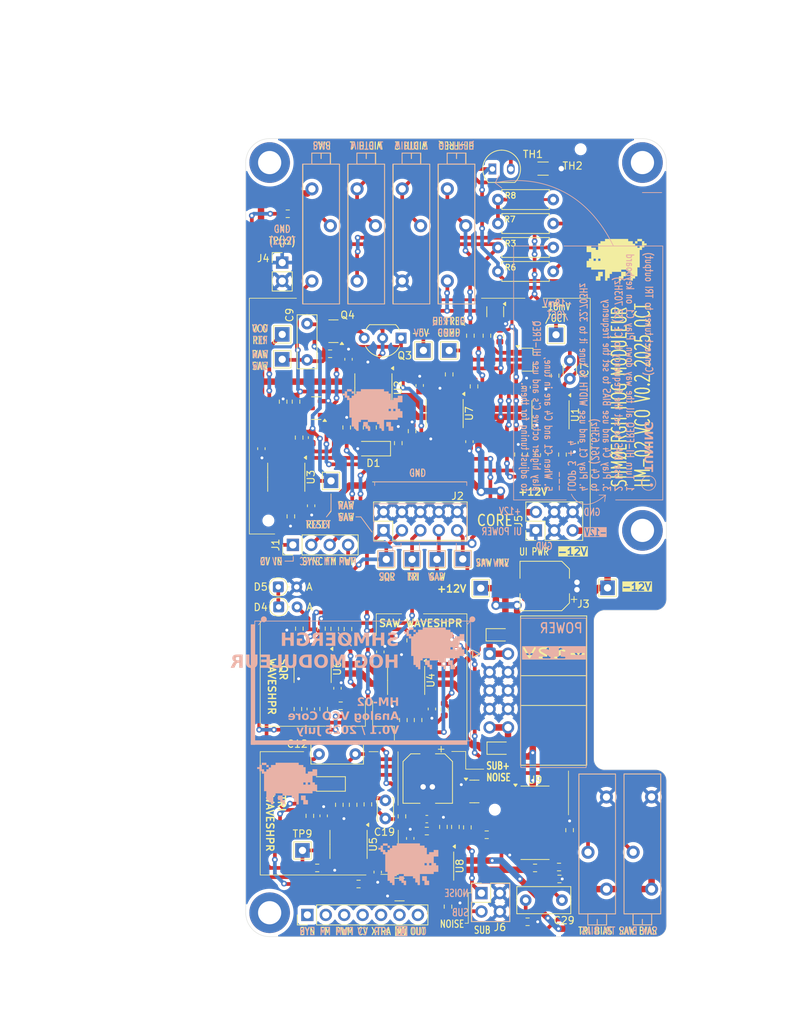
<source format=kicad_pcb>
(kicad_pcb (version 20241229) (generator "pcbnew") (generator_version "9.0")
  (layers (0 "F.Cu" signal) (2 "B.Cu" signal) (13 "F.Paste" user) (15 "B.Paste" user) (5 "F.SilkS" user "F.Silkscreen") (7 "B.SilkS" user "B.Silkscreen") (1 "F.Mask" user) (3 "B.Mask" user) (25 "Edge.Cuts" user))
  (net 0 "")
  (net 1 "GND")
  (net 2 "+12V")
  (net 3 "-12V")
  (net 4 "Net-(C7-Pad2)")
  (net 5 "CV")
  (net 6 "Net-(C8-Pad2)")
  (net 7 "/Raw oscillator/I_REF")
  (net 8 "Net-(Q1B-C2)")
  (net 9 "RAW_SAW")
  (net 10 "Net-(Q3-G)")
  (net 11 "Net-(U3-+)")
  (net 12 "Net-(C11-Pad1)")
  (net 13 "Net-(D1-K)")
  (net 14 "SAW_INV")
  (net 15 "Net-(D2-K)")
  (net 16 "TRI")
  (net 17 "Net-(U5A--)")
  (net 18 "Net-(U6B--)")
  (net 19 "SQR")
  (net 20 "SAW")
  (net 21 "Net-(D4-A)")
  (net 22 "Net-(D4-K)")
  (net 23 "FM")
  (net 24 "SQR_SHAPE")
  (net 25 "HARD_SYNC")
  (net 26 "Net-(Q1A-B1)")
  (net 27 "Net-(Q1A-E1)")
  (net 28 "Net-(Q2-E)")
  (net 29 "/Raw oscillator/HI_FREQ_COMP")
  (net 30 "Net-(Q2-B)")
  (net 31 "Net-(Q5-B)")
  (net 32 "Net-(Q5-C)")
  (net 33 "Net-(R1-Pad1)")
  (net 34 "Net-(R3-Pad2)")
  (net 35 "Net-(R6-Pad2)")
  (net 36 "Net-(R8-Pad2)")
  (net 37 "Net-(R12-Pad2)")
  (net 38 "Net-(U2B--)")
  (net 39 "Net-(U4A--)")
  (net 40 "Net-(R24-Pad2)")
  (net 41 "Net-(R28-Pad2)")
  (net 42 "Net-(U4B--)")
  (net 43 "Net-(R32-Pad2)")
  (net 44 "Net-(U6A-+)")
  (net 45 "Net-(R35-Pad1)")
  (net 46 "Net-(U7A--)")
  (net 47 "-5V")
  (net 48 "Net-(U3-BAL)")
  (net 49 "Net-(U7B--)")
  (net 50 "Net-(Q6-E)")
  (net 51 "Net-(U8A-+)")
  (net 52 "Net-(Q7-C)")
  (net 53 "Net-(Q7-B)")
  (net 54 "Net-(U8A--)")
  (net 55 "Net-(U9-Reset)")
  (net 56 "Net-(U9-Q0)")
  (net 57 "Net-(C19-Pad1)")
  (net 58 "Net-(U8B--)")
  (net 70 "NOISE")
  (net 71 "SUB")
  (net 72 "Net-(C20-Pad2)")
  (net 74 "Net-(R30-Pad1)")
  (net 75 "Net-(R43-Pad2)")
  (net 76 "Net-(U8B-+)")
  (net 77 "Net-(C29-Pad1)")
  (net 78 "Net-(D6-A)")
  (net 79 "Net-(D7-K)")
  (footprint "Potentiometer_THT:Potentiometer_Bourns_3006P_Horizontal" (layer "F.Cu") (at 139.355053 63.628185 -90)
    (property "Reference" "R_WIDTH1")
    (property "Value" "See t.comp. table")
  )
  (footprint "Resistor_SMD:R_0603_1608Metric" (layer "F.Cu") (at 131.368 85.2105 90)
    (property "Reference" "R19")
    (property "Value" "330k")
  )
  (footprint "Resistor_SMD:R_0603_1608Metric" (layer "F.Cu") (at 137.096 122.174)
    (property "Reference" "R53")
    (property "Value" "1k")
  )
  (footprint "Resistor_SMD:R_0603_1608Metric" (layer "F.Cu") (at 152.053 76.49972 -90)
    (property "Reference" "R39")
    (property "Value" "240k")
  )
  (footprint "Potentiometer_THT:Potentiometer_Bourns_3006P_Horizontal" (layer "F.Cu") (at 151.801053 63.628185 -90)
    (property "Reference" "R_HIFREQ1")
    (property "Value" "2k (prec)")
  )
  (footprint "Capacitor_SMD:C_0603_1608Metric" (layer "F.Cu") (at 147.989 78.02372 -90)
    (property "Reference" "C22")
    (property "Value" "100n")
  )
  (footprint "Resistor_SMD:R_1206_3216Metric_Pad1.30x1.75mm_HandSolder" (layer "F.Cu") (at 164.999 48.133)
    (property "Reference" "TH2")
    (property "Value" "PTS120602B100RP100")
  )
  (footprint "Resistor_SMD:R_0603_1608Metric" (layer "F.Cu") (at 155.482 78.15072 -90)
    (property "Reference" "R40")
    (property "Value" "100k")
  )
  (footprint "Capacitor_SMD:C_0603_1608Metric" (layer "F.Cu") (at 169.325 85.89072 -90)
    (property "Reference" "C5")
    (property "Value" "100n")
  )
  (footprint "Potentiometer_THT:Potentiometer_Bourns_3006P_Horizontal" (layer "F.Cu") (at 133.132053 63.628185 -90)
    (property "Reference" "R_BIAS1")
    (property "Value" "100k (prec)")
  )
  (footprint "Package_SO:SOIC-8_3.9x4.9mm_P1.27mm" (layer "F.Cu") (at 150.114 144.272 -90)
    (property "Reference" "U8")
    (property "Value" "TL072")
  )
  (footprint "Resistor_SMD:R_0603_1608Metric" (layer "F.Cu") (at 129.794 54.356 180)
    (property "Reference" "R1")
    (property "Value" "100k")
  )
  (footprint "Resistor_SMD:R_0603_1608Metric" (layer "F.Cu") (at 129.159 80.2575 -90)
    (property "Reference" "R18")
    (property "Value" "100k")
  )
  (footprint "Resistor_SMD:R_0603_1608Metric" (layer "F.Cu") (at 147.766 124.142 -90)
    (property "Reference" "R30")
    (property "Value" "100k")
  )
  (footprint "Resistor_SMD:R_0603_1608Metric" (layer "F.Cu") (at 163.894 144.526)
    (property "Reference" "R45")
    (property "Value" "47k")
  )
  (footprint "Resistor_SMD:R_0603_1608Metric" (layer "F.Cu") (at 163.384778 87.54172 90)
    (property "Reference" "R4")
    (property "Value" "1M")
  )
  (footprint "Resistor_SMD:R_0603_1608Metric" (layer "F.Cu") (at 148.401 113.093 90)
    (property "Reference" "R26")
    (property "Value" "27k")
  )
  (footprint "Resistor_SMD:R_0603_1608Metric" (layer "F.Cu") (at 167.674 87.54872 90)
    (property "Reference" "R9")
    (property "Value" "1.5k")
  )
  (footprint "Package_SO:SOIC-8_3.9x4.9mm_P1.27mm" (layer "F.Cu") (at 151.418 81.89572 -90)
    (property "Reference" "U7")
    (property "Value" "TL072")
  )
  (footprint "Connector_PinHeader_2.54mm:PinHeader_1x07_P2.54mm_Vertical" (layer "F.Cu") (at 132.5 151 90)
    (property "Reference" "J8")
    (property "Value" "Conn_01x07")
  )
  (footprint "Package_SO:SOIC-8_3.9x4.9mm_P1.27mm" (layer "F.Cu") (at 133.223 117.03 -90)
    (property "Reference" "U6")
    (property "Value" "TL072")
  )
  (footprint "Resistor_SMD:R_0603_1608Metric" (layer "F.Cu") (at 151.892 149.86 90)
    (property "Reference" "R55")
    (property "Value" "1k")
  )
  (footprint "Resistor_SMD:R_0603_1608Metric" (layer "F.Cu") (at 145.542 137.414 90)
    (property "Reference" "R52")
    (property "Value" "1k")
  )
  (footprint "Resistor_SMD:R_0603_1608Metric" (layer "F.Cu") (at 162.862 151.95 180)
    (property "Reference" "R56")
    (property "Value" "220k")
  )
  (footprint "Connector_PinHeader_2.54mm:PinHeader_2x03_P2.54mm_Vertical" (layer "F.Cu") (at 164 98 90)
    (property "Reference" "J5")
    (property "Value" "Conn_02x03_Odd_Even")
  )
  (footprint "Shmoergh_Custom_Footprints:R_Axial_DIN0207_L6.3mm_D2.5mm_P7.62mm_Horizontal" (layer "F.Cu") (at 158.776 62.3065)
    (property "Reference" "R6")
    (property "Value" "See t.comp. table")
  )
  (footprint "Resistor_SMD:R_0603_1608Metric" (layer "F.Cu") (at 139.557 146.743 180)
    (property "Reference" "R44")
    (property "Value" "220k")
  )
  (footprint "Resistor_SMD:R_0603_1608Metric" (layer "F.Cu") (at 134.747 122.618 -90)
    (property "Reference" "R38")
    (property "Value" "100k")
  )
  (footprint "Package_SO:SOIC-8_3.9x4.9mm_P1.27mm" (layer "F.Cu") (at 138.176 141.287 -90)
    (property "Reference" "U5")
    (property "Value" "TL072")
  )
  (footprint "MountingHole:MountingHole_3.2mm_M3_DIN965_Pad" (layer "F.Cu") (at 178.7 98)
    (property "Reference" "H2")
    (property "Value" "MountingHole")
  )
  (footprint "Resistor_SMD:R_0603_1608Metric" (layer "F.Cu") (at 148.971 139.446)
    (property "Reference" "R57")
    (property "Value" "100k")
  )
  (footprint "Capacitor_SMD:C_0603_1608Metric" (layer "F.Cu") (at 134.747 137.35 -90)
    (property "Reference" "C16")
    (property "Value" "100n")
  )
  (footprint "Capacitor_SMD:C_0603_1608Metric" (layer "F.Cu") (at 143.256 83.8265 -90)
    (property "Reference" "C11")
    (property "Value" "47p")
  )
  (footprint "Resistor_SMD:R_0603_1608Metric" (layer "F.Cu") (at 139.7 83.8135 90)
    (property "Reference" "R14")
    (property "Value" "10k")
  )
  (footprint "Package_TO_SOT_SMD:SOT-23" (layer "F.Cu") (at 155.5265 133.985)
    (property "Reference" "Q6")
    (property "Value" "BC847")
  )
  (footprint "Resistor_SMD:R_0603_1608Metric" (layer "F.Cu") (at 134.4422 111.5436 90)
    (property "Reference" "R34")
    (property "Value" "220k")
  )
  (footprint "Diode_THT:D_DO-34_SOD68_P2.54mm_Vertical_AnodeUp" (layer "F.Cu") (at 128.49153 105.791)
    (property "Reference" "D5")
    (property "Value" "5.1V")
  )
  (footprint "Package_SO:SOIC-8_3.9x4.9mm_P1.27mm" (layer "F.Cu") (at 166.023 82.06772 -90)
    (property "Reference" "U1")
    (property "Value" "TL072")
  )
  (footprint "Package_SO:SOIC-16_3.9x9.9mm_P1.27mm" (layer "F.Cu") (at 163.892 138.303)
    (property "Reference" "U9")
    (property "Value" "CD4040BM96")
  )
  (footprint "Diode_SMD:D_SOD-323" (layer "F.Cu") (at 158.877 128.016)
    (property "Reference" "D6")
    (property "Value" "1N5817")
  )
  (footprint "Capacitor_SMD:C_0603_1608Metric" (layer "F.Cu") (at 136.652 119.761 90)
    (property "Reference" "C13")
    (property "Value" "100n")
  )
  (footprint "Resistor_SMD:R_0603_1608Metric" (layer "F.Cu") (at 167.196 144.399)
    (property "Reference" "R47")
    (property "Value" "10k")
  )
  (footprint "Capacitor_SMD:C_0603_1608Metric" (layer "F.Cu") (at 133.146 85.2105 90)
    (property "Reference" "C10")
    (property "Value" "22p")
  )
  (footprint "Diode_SMD:D_SOD-123" (layer "F.Cu") (at 129.921 132.905)
    (property "Reference" "D3")
    (property "Value" "1N4148")
  )
  (footprint "Capacitor_SMD:C_0603_1608Metric" (layer "F.Cu") (at 149.671 122.618 -90)
    (property "Reference" "C17")
    (property "Value" "100n")
  )
  (footprint "MountingHole:MountingHole_3.2mm_M3_DIN965_Pad" (layer "F.Cu") (at 127.3 47.3)
    (property "Reference" "H1")
    (property "Value" "MountingHole")
  )
  (footprint "Resistor_SMD:R_0603_1608Metric" (layer "F.Cu") (at 167.259 146.05 180)
    (property "Reference" "R48")
    (property "Value" "56k")
  )
  (footprint "Shmoergh_Custom_Footprints:R_Axial_DIN0207_L6.3mm_D2.5mm_P7.62mm_Horizontal" (layer "F.Cu") (at 158.776 52.4005)
    (property "Reference" "R8")
    (property "Value" "See t.comp. table")
  )
  (footprint "Resistor_SMD:R_0603_1608Metric" (layer "F.Cu") (at 159.038 71.16572 90)
    (property "Reference" "R10")
    (property "Value" "1M")
  )
  (footprint "Resistor_SMD:R_0603_1608Metric" (layer "F.Cu") (at 157.226 139.954 180)
    (property "Reference" "R41")
    (property "Value" "100k")
  )
  (footprint "Package_TO_SOT_SMD:SOT-363_SC-70-6" (layer "F.Cu") (at 158.403 67.86372 -90)
    (property "Reference" "Q1")
    (property "Value" "BC847BS")
  )
  (footprint "Connector_PinHeader_2.54mm:PinHeader_2x05_P2.54mm_Vertical" (layer "F.Cu") (at 143 98 90)
    (property "Reference" "J2")
    (property "Value" "Conn_02x05_Odd_Even")
  )
  (footprint "Resistor_SMD:R_0603_1608Metric" (layer "F.Cu") (at 154.559 138.938 -90)
    (property "Reference" "R54")
    (property "Value" "1k")
  )
  (footprint "Capacitor_THT:C_Rect_L7.2mm_W3.5mm_P5.00mm_FKS2_FKP2_MKS2_MKP2" (layer "F.Cu") (at 167.6 148.971 180)
    (property "Reference" "C29")
    (property "Value" "470n")
  )
  (footprint "Resistor_SMD:R_0603_1608Metric" (layer "F.Cu") (at 146.939 84.3215 90)
    (property "Reference" "R22")
    (property "Value" "47k")
  )
  (footprint "Resistor_SMD:R_0603_1608Metric" (layer "F.Cu") (at 168.656 139.319 90)
    (property "Reference" "R46")
    (property "Value" "47k")
  )
  (footprint "Capacitor_SMD:C_0603_1608Metric" (layer "F.Cu") (at 148.971 137.795 180)
    (property "Reference" "C28")
    (property "Value" "1u")
  )
  (footprint "Resistor_SMD:R_0603_1608Metric" (layer "F.Cu") (at 166.658 76.66972 90)
    (property "Reference" "R2")
    (property "Value" "150k")
  )
  (footprint "Capacitor_SMD:C_0603_1608Metric" (layer "F.Cu") (at 145.034 82.2895 -90)
    (property "Reference" "C3")
    (property "Value" "100n")
  )
  (footprint "MountingHole:ToolingHole_1.152mm" (layer "F.Cu") (at 127.127 96.647)
    (property "Reference" "REF**" (hide yes))
    (property "Value" "ToolingHole_1.152mm")
  )
  (footprint "Package_TO_SOT_SMD:SOT-23_Handsoldering" (layer "F.Cu") (at 162.848 74.46772)
    (property "Reference" "Q2")
    (property "Value" "MMBT3906")
  )
  (footprint "Package_SO:SOIC-8_3.9x4.9mm_P1.27mm" (layer "F.Cu") (at 141.605 78.3525 -90)
    (property "Reference" "U2")
    (property "Value" "TL072")
  )
  (footprint "TestPoint:TestPoint_THTPad_2.0x2.0mm_Drill1.0mm" (layer "F.Cu") (at 129.032 74.4155)
    (property "Reference" "TP3")
    (property "Value" "RAW_SAW")
  )
  (footprint "TestPoint:TestPoint_THTPad_2.0x2.0mm_Drill1.0mm" (layer "F.Cu") (at 166.785 71.03872)
    (property "Reference" "TP1")
    (property "Value" "-18mV/V")
  )
  (footprint "Resistor_SMD:R_0603_1608Metric" (layer "F.Cu") (at 151.384 122.682 90)
    (property "Reference" "R50")
    (property "Value" "1k")
  )
  (footprint "Capacitor_SMD:C_0603_1608Metric" (layer "F.Cu") (at 146.685 140.462 -90)
    (property "Reference" "C27")
    (property "Value" "100n")
  )
  (footprint "Potentiometer_THT:Potentiometer_Bourns_3006P_Horizontal" (layer "F.Cu") (at 173.736 134.748327 90)
    (property "Reference" "RV_TRI_BIAS1")
    (property "Value" "100k (prec)")
  )
  (footprint "Resistor_SMD:R_0603_1608Metric" (layer "F.Cu") (at 131.3942 111.5436 90)
    (property "Reference" "R32")
    (property "Value" "47k")
  )
  (footprint "Resistor_SMD:R_0603_1608Metric" (layer "F.Cu") (at 161.606778 87.54172 -90)
    (property "Reference" "R5")
    (property "Value" "100k")
  )
  (footprint "TestPoint:TestPoint_THTPad_2.0x2.0mm_Drill1.0mm" (layer "F.Cu") (at 129.032 70.9865)
    (property "Reference" "TP4")
    (property "Value" "VCOVREF")
  )
  (footprint "Diode_THT:D_DO-34_SOD68_P2.54mm_Vertical_AnodeUp" (layer "F.Cu") (at 128.54233 108.5464)
    (property "Reference" "D4")
    (property "Value" "5.1V")
  )
  (footprint "Capacitor_SMD:C_0603_1608Metric" (layer "F.Cu") (at 129.667 113.093 -90)
    (property "Reference" "C14")
    (property "Value" "100n")
  )
  (footprint "Resistor_SMD:R_0603_1608Metric" (layer "F.Cu") (at 152.908 138.875 -90)
    (property "Reference" "R43")
    (property "Value" "100k")
  )
  (footprint "Capacitor_SMD:C_0603_1608Metric" (layer "F.Cu") (at 142.2 145.097 -90)
    (property "Reference" "C15")
    (property "Value" "100n")
  )
  (footprint "TestPoint:TestPoint_THTPad_2.0x2.0mm_Drill1.0mm" (layer "F.Cu") (at 146.939 101.992)
    (property "Reference" "TP8")
    (property "Value" "TRI")
  )
  (footprint "Resistor_SMD:R_0603_1608Metric" (layer "F.Cu") (at 137.922 83.8135 90)
    (property "Reference" "R13")
    (property "Value" "1M")
  )
  (footprint "Connector_PinHeader_2.54mm:PinHeader_1x02_P2.54mm_Vertical" (layer "F.Cu") (at 129.032 61.087)
    (property "Reference" "J4")
    (property "Value" "Conn_01x02")
  )
  (footprint "Capacitor_THT:C_Rect_L7.2mm_W2.5mm_P5.00mm_FKS2_FKP2_MKS2_MKP2" (layer "F.Cu") (at 132.461 69.5025 -90)
    (property "Reference" "C9")
    (property "Value" "2.2nF (foil)")
  )
  (footprint "Connector_PinHeader_2.54mm:PinHeader_2x02_P2.54mm_Vertical" (layer "F.Cu") (at 156.5 148)
    (property "Reference" "J6")
    (property "Value" "Conn_02x02_Counter_Clockwise")
  )
  (footprint "Capacitor_SMD:C_0603_1608Metric" (layer "F.Cu") (at 138.176 74.4155 -90)
    (property "Reference" "C4")
    (property "Value" "100n")
  )
  (footprint "Diode_SMD:D_SOD-123" (layer "F.Cu") (at 135.382 132.953 180)
    (property "Reference" "D2")
    (property "Value" "1N4148")
  )
  (footprint "Shmoergh_Logo:Gyeszno" (layer "F.Cu") (at 175.133 60.706)
    (property "Reference" "G***" (hide yes))
    (property "Value" "LOGO" (hide yes))
  )
  (footprint "Capacitor_THT:C_Disc_D3.0mm_W2.0mm_P2.50mm" (layer "F.Cu") (at 143.256 137.711 90)
    (property "Reference" "C19")
    (property "Value" "22p")
  )
  (footprint "Package_SO:SOIC-8_3.9x4.9mm_P1.27mm" (layer "F.Cu") (at 146.115 118.681 -90)
    (property "Reference" "U4")
    (property "Value" "TL072")
  )
  (footprint "Capacitor_THT:C_Disc_D3.0mm_W1.6mm_P2.50mm" (layer "F.Cu") (at 168.69 74.59472 -90)
    (property "Reference" "C7")
    (property "Value" "100p-1n")
  )
  (footprint "Capacitor_SMD:C_0603_1608Metric" (layer "F.Cu") (at 154.847 85.77072 -90)
    (property "Reference" "C21")
    (property "Value" "100n")
  )
  (footprint "Resistor_SMD:R_0603_1608Metric" (layer "F.Cu") (at 140.843 135.763 90)
    (property "Reference" "R31")
    (property "Value" "220k")
  )
  (footprint "Resistor_SMD:R_0603_1608Metric" (layer "F.Cu") (at 150.179 113.093 -90)
    (property "Reference" "R24")
    (property "Value" "15k")
  )
  (footprint "Resistor_SMD:R_0603_1608Metric" (layer "F.Cu") (at 136.271 111.569 90)
    (property "Reference" "R35")
    (property "Value" "2.2M")
  )
  (footprint "TestPoint:TestPoint_THTPad_2.0x2.0mm_Drill1.0mm" (layer "F.Cu") (at 148.497 73.19772)
    (property "Reference" "TP11")
    (property "Value" "-5V")
  )
  (footprint "Resistor_SMD:R_0603_1608Metric" (layer "F.Cu") (at 154.974 71.16572 90)
    (property "Reference" "R12")
    (property "Value" "510")
  )
  (footprint "Package_TO_SOT_SMD:SOT-23" (layer "F.Cu") (at 145.209 147.505)
    (property "Reference" "Q7")
    (property "Value" "MMBT5551")
  )
  (footprint "Capacitor_THT:C_Rect_L7.0mm_W2.5mm_P5.00mm" (layer "F.Cu") (at 134.112 128.836)
    (property "Reference" "C12")
    (property "Value" "10p-100p")
  )
  (footprint "TestPoint:TestPoint_THTPad_2.0x2.0mm_Drill1.0mm" (layer "F.Cu") (at 156.4132 105.9688)
    (property "Reference" "TP12")
    (property "Value" "12V")
  )
  (footprint "Capacitor_SMD:C_0603_1608Metric" (layer "F.Cu") (at 165.162778 87.54172 -90)
    (property "Reference" "C8")
    (property "Value" "100p")
  )
  (footprint "Capacitor_SMD:C_0603_1608Metric" (layer "F.Cu") (at 126.161 86.7345 90)
    (property "Reference" "C2")
    (property "Value" "100n")
  )
  (footprint "Capacitor_SMD:C_0603_1608Metric" (layer "F.Cu") (at 153.543 148.082 -90)
    (property "Reference" "C26")
    (property "Value" "100n")
  )
  (footprint "Resistor_SMD:R_0603_1608Metric" (layer "F.Cu") (at 145.034 85.9725 90)
    (property "Reference" "R21")
    (property "Value" "100k")
  )
  (footprint "Diode_SMD:D_SOD-123" (layer "F.Cu") (at 141.605 86.7345 180)
    (property "Reference" "D1")
    (property "Value" "1N4148")
  )
  (footprint "Package_SO:SOIC-8_3.9x4.9mm_P1.27mm" (layer "F.Cu") (at 129.59 90.6715 -90)
    (property "Reference" "U3")
    (property "Value" "LM311")
  )
  (footprint "Package_TO_SOT_SMD:SOT-23" (layer "F.Cu") (at 136.0955 70.5445 180)
    (property "Reference" "Q4")
    (property "Value" "MMBFJ111")
  )
  (footprint "Potentiometer_THT:Potentiometer_Bourns_3006P_Horizontal" (layer "F.Cu") (at 179.959 134.739327 90)
    (property "Reference" "RV_SAW_BIAS1")
    (property "Value" "10k (prec)")
  )
  (footprint "MountingHole:MountingHole_3.2mm_M3_DIN965_Pad" (layer "F.Cu") (at 178.7 47.3)
    (property "Reference" "H4")
    (property "Value" "MountingHole")
  )
  (footprint "TestPoint:TestPoint_THTPad_2.0x2.0mm_Drill1.0mm" (layer "F.Cu") (at 153.924 101.952)
    (property "Reference" "TP6")
    (property "Value" "SAWInv")
  )
  (footprint "Resistor_SMD:R_0603_1608Metric" (layer "F.Cu") (at 146.75 113.157 90)
    (property "Reference" "R23")
    (property "Value" "15k")
  )
  (footprint "TestPoint:TestPoint_THTPad_2.0x2.0mm_Drill1.0mm" (layer "F.Cu") (at 173.8884 105.918)
    (property "Reference" "TP13")
    (property "Value" "-12V")
  )
  (footprint "MountingHole:ToolingHole_1.152mm" (layer "F.Cu") (at 170.18 45.466)
    (property "Reference" "REF**" (hide yes))
    (property "Value" "ToolingHole_1.152mm")
  )
  (footprint "TestPoint:TestPoint_THTPad_2.0x2.0mm_Drill1.0mm" (layer "F.Cu") (at 135.763 91.1795)
    (property "Reference" "TP5")
    (property "Value" "Reset OUT")
  )
  (footprint "Resistor_SMD:R_0603_1608Metric" (layer "F.Cu") (at 141.478 83.8135 -90)
    (property "Reference" "R15")
    (property "Value" "100k")
  )
  (footprint "Shmoergh_Custom_Footprints:R_Axial_DIN0207_L6.3mm_D2.5mm_P7.62mm_Horizontal" (layer "F.Cu") (at 158.776 59.0045)
    (property "Reference" "R3")
    (property "Value" "See t.comp. table")
  )
  (footprint "Connector_IDC:IDC-Header_2x05_P2.54mm_Horizontal" (layer "F.Cu") (at 157.6245 115)
    (property "Reference" "J3")
    (property "Value" "Conn_02x05_Odd_Even")
  )
  (footprint "Resistor_SMD:R_0603_1608Metric" (layer "F.Cu") (at 130.937 80.2575 90)
    (property "Reference" "R17")
    (property "Value" "150k")
  )
  (footprint "MountingHole:ToolingHole_1.152mm" (layer "F.Cu") (at 158.3436 136.4996)
    (property "Reference" "REF**" (hide yes))
    (property "Value" "ToolingHole_1.152mm")
  )
  (footprint "Resistor_SMD:R_0603_1608Metric" (layer "F.Cu") (at 133.858 144.526 180)
    (property "Reference" "R37")
    (property "Value" "100k")
  )
  (footprint "Capacitor_SMD:C_0603_1608Metric" (layer "F.Cu") (at 142.559 114.744 -90)
    (property "Reference" "C18")
    (property "Value" "100n")
  )
  (footprint "TestPoint:TestPoint_THTPad_2.0x2.0mm_Drill1.0mm" (layer "F.Cu") (at 152.053 73.19772)
    (property "Reference" "TP2")
    (property "Value" "HiFreq")
  )
  (footprint "TestPoint:TestPoint_THTPad_2.0x2.0mm_Drill1.0mm" (layer "F.Cu") (at 131.826 142.113)
    (property "Reference" "TP9")
    (property "Value" "PW")
  )
  (footprint "Capacitor_SMD:C_0603_1608Metric" (layer "F.Cu") (at 162.721 78.27072 -90)
    (property "Reference" "C6")
    (property "Value" "100n")
  )
  (footprint "Resistor_SMD:R_0603_1608Metric" (layer "F.Cu") (at 131.191 122.618 -90)
    (property "Reference" "R36")
    (property "Value" "240k")
  )
  (footprint "Capacitor_SMD:CP_Elec_6.3x7.7" (layer "F.Cu") (at 165.227 105.664 180)
    (property "Reference" "C24")
    (property "Value" "100u")
  )
  (footprint "Resistor_SMD:R_0603_1608Metric" (layer "F.Cu") (at 135.636 73.6535)
    (property "Reference" "R16")
    (property "Value" "22k")
  )
  (footprint "Package_TO_SOT_SMD:SOT-23" (layer "F.Cu") (at 133.731 81.1465 180)
    (property "Reference" "Q5")
    (property "Value" "MMBT5551")
  )
  (footprint "Capacitor_SMD:CP_Elec_6.3x7.7" (layer "F.Cu") (at 149.098 132.207 -90)
    (property "Reference" "C23")
    (property "Value" "100u")
  )
  (footprint "TestPoint:TestPoint_THTPad_2.0x2.0mm_Drill1.0mm" (layer "F.Cu") (at 150.368 101.992)
    (property "Reference" "TP7")
    (property "Value" "SAW")
  )
  (footprint "MountingHole:MountingHole_3.2mm_M3_DIN965_Pad" (layer "F.Cu") (at 127.3 150.7)
    (property "Reference" "H3")
    (property "Value" "MountingHole")
  )
  (footprint "Shmoergh_Custom_Footprints:R_Axial_DIN0207_L6.3mm_D2.5mm_P7.62mm_Horizontal" (layer "F.Cu") (at 166.396 55.7025 180)
    (property "Reference" "R7")
    (property "Value" "See t.comp. table")
  )
  (footprint "Capacitor_SMD:C_0603_1608Metric" (layer "F.Cu") (at 133.019 94.6085 -90)
    (property "Reference" "C1")
    (property "Value" "100n")
  )
  (footprint "Resistor_SMD:R_0603_1608Metric" (layer "F.Cu") (at 136.906 135.826 90)
    (property "Reference" "R27")
    (property "Value" "100k")
  )
  (footprint "Connector_PinHeader_2.54mm:PinHeader_1x04_P2.54mm_Vertical" (layer "F.Cu") (at 130.5 100 90)
    (property "Reference" "J1")
    (property "Value" "Conn_01x04")
  )
  (footprint "Capacitor_SMD:C_0603_1608Metric" (layer "F.Cu") (at 132.969 122.618 90)
    (property "Reference" "C20")
    (property "Value" "33p")
  )
  (footprint "Resistor_SMD:R_0603_1608Metric" (layer "F.Cu") (at 157.26 71.16572 -90)
    (property "Reference" "R11")
    (property "Value" "1.5k")
  )
  (footprint "Diode_SMD:D_SOD-323" (layer "F.Cu") (at 158.75 112.395)
    (property "Reference" "D7")
    (property "Value" "1N5817")
  )
  (footprint "Package_TO_SOT_THT:TO-92-2" (layer "F.Cu") (at 158.014 48.1885)
    (property "Reference" "TH1")
    (property "Value" "See t.comp. table")
  )
  (footprint "Resistor_SMD:R_0603_1608Metric" (layer "F.Cu") (at 132.842 137.35 -90)
    (property "Reference" "R25")
    (property "Value" "100k")
  )
  (footprint "Resistor_SMD:R_0603_1608Metric" (layer "F.Cu") (at 138.0998 111.5944 90)
    (property "Reference" "R33")
    (property "Value" "2.2k")
  )
  (footprint "Resistor_SMD:R_0603_1608Metric" (layer "F.Cu") (at 151.257 138.874 -90)
    (property "Reference" "R42")
    (property "Value" "680")
  )
  (footprint "Resistor_SMD:R_0603_1608Metric" (layer "F.Cu") (at 145.734 124.142 -90)
    (property "Reference" "R29")
    (property "Value" "100k")
  )
  (footprint "Resistor_SMD:R_0603_1608Metric" (layer "F.Cu") (at 138.811 135.826 90)
    (property "Reference" "R28")
    (property "Value" "100k")
  )
  (footprint "Package_TO_SOT_THT:TO-92_Inline_Wide" (layer "F.Cu") (at 145.415 71.4945 180)
    (property "Reference" "Q3")
    (property "Value" "J111")
  )
  (footprint "Potentiometer_THT:Potentiometer_Bourns_3006P_Horizontal" (layer "F.Cu") (at 145.578053 63.628185 -90)
    (property "Reference" "R_WIDTH2")
    (property "Value" "See t.comp. table")
  )
  (footprint "TestPoint:TestPoint_THTPad_2.0x2.0mm_Drill1.0mm" (layer "F.Cu") (at 143.383 101.992)
    (property "Reference" "TP10")
    (property "Value" "SQR")
  )
  (footprint "Resistor_SMD:R_0603_1608Metric" (layer "F.Cu") (at 130.225 96.0685 -90)
    (property "Reference" "R20")
    (property "Value" "2.2k")
  )
  (footprint "Shmoergh_Logo:Gyeszno" (layer "B.Cu") (at 141.478 81.407 180)
    (property "Reference" "G***" (hide yes))
    (property "Value" "LOGO" (hide yes))
  )
  (footprint "Shmoergh_Logo:Gyeszno" (layer "B.Cu") (at 146.431 144.018 180)
    (property "Reference" "G***" (hide yes))
    (property "Value" "LOGO" (hide yes))
  )
  (footprint "Shmoergh_Logo:Gyeszno" (layer "B.Cu") (at 150 114.267 180)
    (property "Reference" "G***" (hide yes))
    (property "Value" "LOGO" (hide yes))
  )
  (footprint "Shmoergh_Logo:Gyeszno" (layer "B.Cu") (at 129.715 132.9 180)
    (property "Reference" "G***" (hide yes))
    (property "Value" "LOGO" (hide yes))
  )
  (gr_line (start 126 128.5) (end 126 145.5) (stroke (width 0.1)) (layer "F.SilkS"))
  (gr_line (start 139.875295 96.139) (end 141.399 98.2) (stroke (width 0.1)) (layer "F.SilkS"))
  (gr_line (start 126 125) (end 126 110.5) (stroke (width 0.1)) (layer "F.SilkS"))
  (gr_line (start 139.192 96.139) (end 139.875295 96.139) (stroke (width 0.1)) (layer "F.SilkS"))
  (gr_line (start 140.5 125) (end 140.5 121.5) (stroke (width 0.1)) (layer "F.SilkS"))
  (gr_line (start 154.686 152.146) (end 154.686 147.955) (stroke (width 0.1)) (layer "F.SilkS"))
  (gr_line (start 154.3304 128.4732) (end 154.3304 130.9116) (stroke (width 0.1)) (layer "F.SilkS"))
  (gr_line (start 141.478 91.313) (end 154.432 91.313) (stroke (width 0.1)) (layer "F.SilkS"))
  (gr_line (start 168.5036 131.1656) (end 168.5036 137.2108) (stroke (width 0.1)) (layer "F.SilkS"))
  (gr_line (start 128 98.5) (end 124.5 98.5) (stroke (width 0.1)) (layer "F.SilkS"))
  (gr_line (start 135.763 95.377) (end 135.128 96.139) (stroke (width 0.1)) (layer "F.SilkS"))
  (gr_line (start 144.5 125) (end 144.5 127) (stroke (width 0.1)) (layer "F.SilkS"))
  (gr_line (start 124.5 66) (end 131 66) (stroke (width 0.1)) (layer "F.SilkS"))
  (gr_line (start 152.4 128.4732) (end 154.3304 128.4732) (stroke (width 0.1)) (layer "F.SilkS"))
  (gr_line (start 154.686 152.146) (end 154.2288 152.146) (stroke (width 0.1)) (layer "F.SilkS"))
  (gr_line (start 171.5 66) (end 171.5 98.5) (stroke (width 0.1)) (layer "F.SilkS"))
  (gr_line (start 145.034 145.415) (end 142.621 145.415) (stroke (width 0.1)) (layer "F.SilkS"))
  (gr_line (start 154.5 109.5) (end 148.5 109.5) (stroke (width 0.1)) (layer "F.SilkS"))
  (gr_line (start 144.5 127) (end 154.5 127) (stroke (width 0.1)) (layer "F.SilkS"))
  (gr_line (start 145.5 109.5) (end 142 109.5) (stroke (width 0.1)) (layer "F.SilkS"))
  (gr_line (start 154.5 127) (end 154.5 109.5) (stroke (width 0.1)) (layer "F.SilkS"))
  (gr_line (start 141.5 125) (end 141.5 121.5) (stroke (width 0.1)) (layer "F.SilkS"))
  (gr_line (start 126 145.5) (end 140.589 145.5) (stroke (width 0.1)) (layer "F.SilkS"))
  (gr_line (start 165 66) (end 171.5 66) (stroke (width 0.1)) (layer "F.SilkS"))
  (gr_line (start 141 128.5) (end 142.25 128.5) (stroke (width 0.1)) (layer "F.SilkS"))
  (gr_line (start 142 109.5) (end 142 112.5) (stroke (width 0.1)) (layer "F.SilkS"))
  (gr_line (start 132 128.5) (end 126 128.5) (stroke (width 0.1)) (layer "F.SilkS"))
  (gr_line (start 129.413 102.235) (end 130.556 102.235) (stroke (width 0.1)) (layer "F.SilkS"))
  (gr_line (start 135.763 92.964) (end 135.763 95.377) (stroke (width 0.1)) (layer "F.SilkS"))
  (gr_line (start 137.5 125) (end 140.5 125) (stroke (width 0.1)) (layer "F.SilkS"))
  (gr_line (start 130.556 102.235) (end 130.556 101.6) (stroke (width 0.1)) (layer "F.SilkS"))
  (gr_line (start 135 125) (end 126 125) (stroke (width 0.1)) (layer "F.SilkS"))
  (gr_line (start 145 128.5) (end 145 135.89) (stroke (width 0.1)) (layer "F.SilkS"))
  (gr_line (start 124.5 98.5) (end 124.5 66) (stroke (width 0.1)) (layer "F.SilkS"))
  (gr_line (start 156.5 66) (end 162.5 66) (stroke (width 0.1)) (layer "F.SilkS"))
  (gr_line (start 145.034 139.319) (end 145.034 145.415) (stroke (width 0.1)) (layer "F.SilkS"))
  (gr_line (start 154.988 147.955) (end 154.686 147.955) (stroke (width 0.1)) (layer "F.SilkS"))
  (gr_line (start 141.5 125) (end 144.5 125) (stroke (width 0.1)) (layer "F.SilkS"))
  (gr_line (start 154.3304 130.9116) (end 156.8196 130.9116) (stroke (width 0.1)) (layer "F.SilkS"))
  (gr_rect (start 161.925 110.109) (end 170.942 130.683) (stroke (width 0.1)) (fill no) (layer "B.SilkS"))
  (gr_line (start 125.75 111) (end 126.5 110.25) (stroke (width 0.1)) (layer "B.SilkS"))
  (gr_line (start 145.415 99.793) (end 145.415 100.174) (stroke (width 0.1)) (layer "B.SilkS"))
  (gr_line (start 154.48 91.821) (end 154.48 91.313) (stroke (width 0.1)) (layer "B.SilkS"))
  (gr_line (start 144.272 100.174) (end 144.272 100.809) (stroke (width 0.1)) (layer "B.SilkS"))
  (gr_curve (pts (xy 173.609 93.138) (xy 170.2 96.1) (xy 168.9 93) (xy 168.9 93)) (stroke (width 0.1)) (layer "B.SilkS"))
  (gr_rect (start 139.319 45.974) (end 141.859 47.498) (stroke (width 0.1)) (fill no) (layer "B.SilkS"))
  (gr_rect (start 177.419 150.876) (end 179.959 152.4) (stroke (width 0.1)) (fill no) (layer "B.SilkS"))
  (gr_line (start 158.4 50.1) (end 159.3 50.8) (stroke (width 0.1)) (layer "B.SilkS"))
  (gr_line (start 167.9 58.8) (end 181.5 58.8) (stroke (width 0.1)) (layer "B.SilkS"))
  (gr_rect (start 141.653 94.332) (end 154.48 99.539) (stroke (width 0.1)) (fill no) (layer "B.SilkS"))
  (gr_rect (start 124.75 127) (end 154.5 127.5) (stroke (width 0.1)) (fill yes) (layer "B.SilkS"))
  (gr_rect (start 151.765 45.974) (end 154.305 47.498) (stroke (width 0.1)) (fill no) (layer "B.SilkS"))
  (gr_line (start 154.5 111) (end 155.25 110.25) (stroke (width 0.1)) (layer "B.SilkS"))
  (gr_rect (start 149.225 100.809) (end 151.511 103.095) (stroke (width 0.1)) (fill no) (layer "B.SilkS"))
  (gr_rect (start 152.781 100.809) (end 155.067 103.095) (stroke (width 0.1)) (fill no) (layer "B.SilkS"))
  (gr_line (start 139.192 96.139) (end 139.875 96.139) (stroke (width 0.1)) (layer "B.SilkS"))
  (gr_rect (start 133.096 45.974) (end 135.636 47.498) (stroke (width 0.1)) (fill no) (layer "B.SilkS"))
  (gr_line (start 155.321 114.554) (end 156.337 115.062) (stroke (width 0.1)) (layer "B.SilkS"))
  (gr_rect (start 176.149 131.572) (end 181.229 150.876) (stroke (width 0.1)) (fill no) (layer "B.SilkS"))
  (gr_line (start 155.321 115.57) (end 155.321 114.554) (stroke (width 0.1)) (layer "B.SilkS"))
  (gr_line (start 160.9344 93.8) (end 160.9344 58.8) (stroke (width 0.1)) (layer "B.SilkS"))
  (gr_rect (start 144.272 47.498) (end 149.352 66.802) (stroke (width 0.1)) (fill no) (layer "B.SilkS"))
  (gr_rect (start 142.24 100.809) (end 144.526 103.095) (stroke (width 0.1)) (fill no) (layer "B.SilkS"))
  (gr_line (start 141.78 91.313) (end 141.78 91.821) (stroke (width 0.1)) (layer "B.SilkS"))
  (gr_line (start 134.366 45.974) (end 134.366 46.736) (stroke (width 0.1)) (layer "B.SilkS"))
  (gr_line (start 165.3 58.8) (end 160.9344 58.8) (stroke (width 0.1)) (layer "B.SilkS"))
  (gr_circle (center 179.943 91.741) (end 179.816 91.868) (stroke (width 0.1)) (fill yes) (layer "B.SilkS"))
  (gr_rect (start 155.1785 146.685) (end 160.3855 151.892) (stroke (width 0.1)) (fill no) (layer "B.SilkS"))
  (gr_rect (start 171.196 150.876) (end 173.736 152.4) (stroke (width 0.1)) (fill no) (layer "B.SilkS"))
  (gr_circle (center 126.5 110.25) (end 126.25 110) (stroke (width 0.1)) (fill yes) (layer "B.SilkS"))
  (gr_line (start 150.368 99.793) (end 150.368 100.809) (stroke (width 0.1)) (layer "B.SilkS"))
  (gr_rect (start 138.049 47.498) (end 143.129 66.802) (stroke (width 0.1)) (fill no) (layer "B.SilkS"))
  (gr_curve (pts (xy 174.7 58.8) (xy 169 47.2) (xy 158.4 50.1) (xy 158.4 50.1)) (stroke (width 0.1)) (layer "B.SilkS"))
  (gr_line (start 172.466 152.4) (end 172.466 151.638) (stroke (width 0.1)) (layer "B.SilkS"))
  (gr_rect (start 131.826 47.498) (end 136.906 66.802) (stroke (width 0.1)) (fill no) (layer "B.SilkS"))
  (gr_line (start 153.035 45.974) (end 153.035 46.736) (stroke (width 0.1)) (layer "B.SilkS"))
  (gr_line (start 135.763 95.25) (end 135.763 93.091) (stroke (width 0.1)) (layer "B.SilkS"))
  (gr_line (start 158.4 50.1) (end 158.9 49.1) (stroke (width 0.1)) (layer "B.SilkS"))
  (gr_circle (center 179.537902 91.487) (end 178.902902 90.725) (stroke (width 0.1)) (fill no) (layer "B.SilkS"))
  (gr_rect (start 145.542 45.974) (end 148.082 47.498) (stroke (width 0.1)) (fill no) (layer "B.SilkS"))
  (gr_line (start 153.035 99.793) (end 153.035 100.809) (stroke (width 0.1)) (layer "B.SilkS"))
  (gr_line (start 147.955 99.793) (end 147.955 100.809) (stroke (width 0.1)) (layer "B.SilkS"))
  (gr_circle (center 155.25 110.25) (end 155 110) (stroke (width 0.1)) (fill yes) (layer "B.SilkS"))
  (gr_line (start 140.589 45.974) (end 140.589 46.736) (stroke (width 0.1)) (layer "B.SilkS"))
  (gr_line (start 129.413 102.235) (end 130.556 102.235) (stroke (width 0.1)) (layer "B.SilkS"))
  (gr_rect (start 125.25 110.5) (end 155 127) (stroke (width 0.1)) (fill no) (layer "B.SilkS"))
  (gr_line (start 145.415 100.174) (end 144.272 100.174) (stroke (width 0.1)) (layer "B.SilkS"))
  (gr_line (start 181.5 58.8) (end 181.5 93.8) (stroke (width 0.1)) (layer "B.SilkS"))
  (gr_rect (start 145.796 100.809) (end 148.082 103.095) (stroke (width 0.1)) (fill no) (layer "B.SilkS"))
  (gr_line (start 130.556 102.235) (end 130.556 101.6) (stroke (width 0.1)) (layer "B.SilkS"))
  (gr_line (start 181.5 93.8) (end 175 93.8) (stroke (width 0.1)) (layer "B.SilkS"))
  (gr_line (start 178.689 152.4) (end 178.689 151.638) (stroke (width 0.1)) (layer "B.SilkS"))
  (gr_line (start 181.356 51.435) (end 178.689 51.435) (stroke (width 0.1)) (layer "B.SilkS"))
  (gr_rect (start 150.495 47.498) (end 155.575 66.802) (stroke (width 0.1)) (fill no) (layer "B.SilkS"))
  (gr_rect (start 124.75 111) (end 125.25 127.5) (stroke (width 0.1)) (fill yes) (layer "B.SilkS"))
  (gr_line (start 135.128 96.139) (end 135.763 95.25) (stroke (width 0.1)) (layer "B.SilkS"))
  (gr_line (start 173.609 93.138) (end 172.72 93.138) (stroke (width 0.1)) (layer "B.SilkS"))
  (gr_line (start 156.337 115.062) (end 155.321 115.57) (stroke (width 0.1)) (layer "B.SilkS"))
  (gr_line (start 168.1988 93.8) (end 160.9344 93.8) (stroke (width 0.1)) (layer "B.SilkS"))
  (gr_rect (start 169.926 131.572) (end 175.006 150.876) (stroke (width 0.1)) (fill no) (layer "B.SilkS"))
  (gr_line (start 146.812 45.974) (end 146.812 46.736) (stroke (width 0.1)) (layer "B.SilkS"))
  (gr_line (start 154.48 91.313) (end 141.78 91.313) (stroke (width 0.1)) (layer "B.SilkS"))
  (gr_line (start 173.609 93.138) (end 173.482 94.027) (stroke (width 0.1)) (layer "B.SilkS"))
  (gr_line (start 139.875 96.139) (end 141.399 98.229) (stroke (width 0.1)) (layer "B.SilkS"))
  (gr_line (start 173.5 109) (end 180.5 109) (stroke (width 0.05)) (layer "Edge.Cuts"))
  (gr_arc (start 178.7 44) (mid 181.033452 44.966548) (end 182 47.3) (stroke (width 0.05)) (layer "Edge.Cuts"))
  (gr_arc (start 172 110.5) (mid 172.43934 109.43934) (end 173.5 109) (stroke (width 0.05)) (layer "Edge.Cuts"))
  (gr_line (start 127.3 44) (end 178.7 44) (stroke (width 0.05)) (layer "Edge.Cuts"))
  (gr_line (start 172 129.5) (end 172 110.5) (stroke (width 0.05)) (layer "Edge.Cuts"))
  (gr_line (start 180.5 131) (end 173.5 131) (stroke (width 0.05)) (layer "Edge.Cuts"))
  (gr_arc (start 127.3 154) (mid 124.966548 153.033452) (end 124 150.7) (stroke (width 0.05)) (layer "Edge.Cuts"))
  (gr_line (start 180.5 154) (end 127.3 154) (stroke (width 0.05)) (layer "Edge.Cuts"))
  (gr_line (start 182 107.5) (end 182 47.3) (stroke (width 0.05)) (layer "Edge.Cuts"))
  (gr_arc (start 124 47.3) (mid 124.966548 44.966548) (end 127.3 44) (stroke (width 0.05)) (layer "Edge.Cuts"))
  (gr_arc (start 182 152.5) (mid 181.56066 153.56066) (end 180.5 154) (stroke (width 0.05)) (layer "Edge.Cuts"))
  (gr_line (start 124 150.7) (end 124 47.3) (stroke (width 0.05)) (layer "Edge.Cuts"))
  (gr_arc (start 180.5 131) (mid 181.56066 131.43934) (end 182 132.5) (stroke (width 0.05)) (layer "Edge.Cuts"))
  (gr_arc (start 173.5 131) (mid 172.43934 130.56066) (end 172 129.5) (stroke (width 0.05)) (layer "Edge.Cuts"))
  (gr_line (start 182 132.5) (end 182 152.5) (stroke (width 0.05)) (layer "Edge.Cuts"))
  (gr_arc (start 182 107.5) (mid 181.56066 108.56066) (end 180.5 109) (stroke (width 0.05)) (layer "Edge.Cuts"))
  (gr_text "+12V" (at 150.2664 106.6292 0) (layer "F.SilkS") (effects (font (size 1 1) (thickness 0.2) (bold yes)) (justify left bottom)))
  (gr_text "XTRA" (at 142.669 153.855 0) (layer "F.SilkS") (effects (font (size 1 0.75) (thickness 0.15) (bold yes)) (justify bottom)))
  (gr_text "RAW\nSAW" (at 125.984 75.946 0) (layer "F.SilkS") (effects (font (size 1 0.75) (thickness 0.15) (bold yes)) (justify bottom)))
  (gr_text "NOISE" (at 152.448 152.839 0) (layer "F.SilkS") (effects (font (size 1 0.75) (thickness 0.15) (bold yes)) (justify bottom)))
  (gr_text "VCO\nREF" (at 125.984 72.39 0) (layer "F.SilkS") (effects (font (size 1 0.75) (thickness 0.15) (bold yes)) (justify bottom)))
  (gr_text "BIAS" (at 134.493 44.323 180) (layer "F.SilkS") (effects (font (size 1 0.75) (thickness 0.15) (bold yes)) (justify bottom)))
  (gr_text "RAW\nSAW" (at 139.065 96.774 0) (layer "F.SilkS") (effects (font (size 1 0.75) (thickness 0.15) (bold yes)) (justify right bottom)))
  (gr_text "SAW INV" (at 155.623 103.055 0) (layer "F.SilkS") (effects (font (size 1 0.75) (thickness 0.15) (bold yes)) (justify left bottom)))
  (gr_text "-5V" (at 148.082 71.374 0) (layer "F.SilkS") (effects (font (size 1 0.75) (thickness 0.15) (bold yes)) (justify bottom)))
  (gr_text "GND\nTP(x2)" (at 129.032 58.674 0) (layer "F.SilkS") (effects (font (size 1 0.75) (thickness 0.15) (bold yes)) (justify bottom)))
  (gr_text "SHMØERGH HOG MODULEUR\nHM-02 VCO V0.2 2025 OCT" (at 179.9 92.2 90) (layer "F.SilkS") (effects (font (size 2 1.2) (thickness 0.2) (bold yes)) (justify left bottom)))
  (gr_text "TRI" (at 146.177 105 0) (layer "F.SilkS") (effects (font (size 1 0.75) (thickness 0.15) (bold yes)) (justify left bottom)))
  (gr_text "SQR" (at 142.24 105 0) (layer "F.SilkS") (effects (font (size 1 0.75) (thickness 0.15) (bold yes)) (justify left bottom)))
  (gr_text "SYNC" (at 133.223 102.87 0) (layer "F.SilkS") (effects (font (size 1 0.75) (thickness 0.15) (bold yes)) (justify bottom)))
  (gr_text "FM" (at 134.9728 153.855 0) (layer "F.SilkS") (effects (font (size 1 0.75) (thickness 0.15) (bold yes)) (justify bottom)))
  (gr_text "HI-FREQ" (at 153.035 44.323 180) (layer "F.SilkS") (effects (font (size 1 0.75) (thickness 0.15) (bold yes)) (justify bottom)))
  (gr_text "SYN" (at 132.509 153.855 0) (layer "F.SilkS") (effects (font (size 1 0.75) (thickness 0.15) (bold yes)) (justify bottom)))
  (gr_text "CV" (at 140.129 153.855 0) (layer "F.SilkS") (effects (font (size 1 0.75) (thickness 0.15) (bold yes)) (justify bottom)))
  (gr_text "FM" (at 135.763 102.87 0) (layer "F.SilkS") (effects (font (size 1 0.75) (thickness 0.15) (bold yes)) (justify bottom)))
  (gr_text "UI PWR" (at 163.751 101.531 0) (layer "F.SilkS") (effects (font (size 1 0.75) (thickness 0.15) (bold yes)) (justify bottom)))
  (gr_text "OUT" (at 147.749 153.855 0) (layer "F.SilkS") (effects (font (size 1 0.75) (thickness 0.15) (bold yes)) (justify bottom)))
  (gr_text "CV IN" (at 127.508 102.87 0) (layer "F.SilkS") (effects (font (size 1 0.75) (thickness 0.15) (bold yes)) (justify bottom)))
  (gr_text "-12V" (at 161.671 115.697 0) (layer "F.SilkS" knockout) (effects (font (size 1.25 2.25) (thickness 0.25) (bold yes)) (justify left bottom)))
  (gr_text "-18mV\n/OCT" (at 166.751 69.342 0) (layer "F.SilkS") (effects (font (size 1 0.75) (thickness 0.15) (bold yes)) (justify bottom)))
  (gr_text "SUB+\nNOISE" (at 157.0736 132.6388 0) (layer "F.SilkS") (effects (font (size 1 0.75) (thickness 0.1875) (bold yes)) (justify left bottom)))
  (gr_text "PWM" (at 138.049 102.87 0) (layer "F.SilkS") (effects (font (size 1 0.75) (thickness 0.15) (bold yes)) (justify bottom)))
  (gr_text "RESET" (at 134 97.79 0) (layer "F.SilkS") (effects (font (size 1 0.75) (thickness 0.15) (bold yes)) (justify bottom)))
  (gr_text "WIDTH 1" (at 140.589 44.323 180) (layer "F.SilkS") (effects (font (size 1 0.75) (thickness 0.15) (bold yes)) (justify bottom)))
  (gr_text "GND" (at 147.701 90.678 0) (layer "F.SilkS") (effects (font (size 1 0.75) (thickness 0.15) (bold yes)) (justify bottom)))
  (gr_text "HI FREQ\nCOMP" (at 152.019 71.374 0) (layer "F.SilkS") (effects (font (size 1 0.75) (thickness 0.15) (bold yes)) (justify bottom)))
  (gr_text "SAW" (at 149.225 105 0) (layer "F.SilkS") (effects (font (size 1 0.75) (thickness 0.15) (bold yes)) (justify left bottom)))
  (gr_text "SUB" (at 156.6164 153.67 0) (layer "F.SilkS") (effects (font (size 1 0.75) (thickness 0.15) (bold yes)) (justify bottom)))
  (gr_text "-12V" (at 166.926 101.531 0) (layer "F.SilkS" knockout) (effects (font (size 1 1) (thickness 0.2) (bold yes)) (justify left bottom)))
  (gr_text "PWM" (at 137.589 153.855 0) (layer "F.SilkS") (effects (font (size 1 0.75) (thickness 0.15) (bold yes)) (justify bottom)))
  (gr_text "WIDTH 2" (at 146.812 44.323 180) (layer "F.SilkS") (effects (font (size 1 0.75) (thickness 0.15) (bold yes)) (justify bottom)))
  (gr_text "CV" (at 145.336 153.855 0) (layer "F.SilkS" knockout) (effects (font (size 1 0.75) (thickness 0.15) (bold yes)) (justify bottom)))
  (gr_text "SAW BIAS" (at 178.054 153.797 0) (layer "F.SilkS") (effects (font (size 1 0.75) (thickness 0.15) (bold yes)) (justify bottom)))
  (gr_text "SQR\nWAVESHPR" (at 127 115.5 270) (layer "F.SilkS") (effects (font (size 1 1) (thickness 0.2) (bold yes)) (justify left bottom)))
  (gr_text "CORE" (at 155.75 97.5 0) (layer "F.SilkS") (effects (font (size 1.5 1.25) (thickness 0.2) (bold yes)) (justify left bottom)))
  (gr_text "TRI BIAS" (at 172.212 153.797 0) (layer "F.SilkS") (effects (font (size 1 0.75) (thickness 0.15) (bold yes)) (justify bottom)))
  (gr_text "-12V" (at 175.768 106.3752 0) (layer "F.SilkS" knockout) (effects (font (size 1 1) (thickness 0.2) (bold yes)) (justify left bottom)))
  (gr_text "SAW WAVESHPR" (at 142.25 111.379 0) (layer "F.SilkS") (effects (font (size 1 1) (thickness 0.2) (bold yes)) (justify left bottom)))
  (gr_text "+12V" (at 161.465 93.276 0) (layer "F.SilkS") (effects (font (size 1 1) (thickness 0.2) (bold yes)) (justify left bottom)))
  (gr_text "TRI \nWAVESHPR" (at 126.746 134.366 270) (layer "F.SilkS") (effects (font (size 1 1) (thickness 0.2) (bold yes)) (justify left bottom)))
  (gr_text "1. Turn HI-FREQ all the way down. Play C1 on keyboard\n2. Use BIAS to set the frequency to C1 (32.703Hz)\n3. Play C4 and use BIAS to set the frequency \nto C4 (261.63Hz)\n4. Play C1 and use WIDTH to tune it to 32.703Hz\nLOOP 3 + 4\n---\n5. When C1 and C4 are in tune, \nplay higher octave C's and use HI-FREQ \nto adjust tuning for them." (at 161.8996 92.71 270) (layer "B.SilkS") (effects (font (size 1 0.75) (thickness 0.15) (bold yes)) (justify left bottom mirror)))
  (gr_text "(Connect tuner to TRI output)" (at 179 76.8 270) (layer "B.SilkS") (effects (font (size 1 0.75) (thickness 0.15) (bold yes)) (justify left bottom mirror)))
  (gr_text "GND" (at 171.752 96.07 0) (layer "B.SilkS") (effects (font (size 1 0.75) (thickness 0.15) (bold yes)) (justify bottom mirror)))
  (gr_text "-18mV\n/OCT" (at 167 68.9 0) (layer "B.SilkS") (effects (font (size 1 0.75) (thickness 0.15) (bold yes)) (justify bottom mirror)))
  (gr_text "FM" (at 135.509 102.87 0) (layer "B.SilkS") (effects (font (size 1 0.75) (thickness 0.15) (bold yes)) (justify bottom mirror)))
  (gr_text "VCO\nREF" (at 125.984 72.39 0) (layer "B.SilkS") (effects (font (size 1 0.75) (thickness 0.15) (bold yes)) (justify bottom mirror)))
  (gr_text "-5V" (at 148.336 71.374 0) (layer "B.SilkS") (effects (font (size 1 0.75) (thickness 0.15) (bold yes)) (justify bottom mirror)))
  (gr_text "RAW\nSAW" (at 125.984 75.946 0) (layer "B.SilkS") (effects (font (size 1 0.75) (thickness 0.15) (bold yes)) (justify bottom mirror)))
  (gr_text "SHMØERGH \nHOG MODULEUR" (at 145.161 117.25 0) (layer "B.SilkS") (effects (font (size 1.8 1.8) (thickness 0.28) (bold yes)) (justify left bottom mirror)))
  (gr_text "+12V" (at 160.449 95.943 0) (layer "B.SilkS") (effects (font (size 1 0.75) (thickness 0.15) (bold yes)) (justify bottom mirror)))
  (gr_text "GND" (at 165.148 100.769 0) (layer "B.SilkS") (effects (font (size 1 0.75) (thickness 0.15) (bold yes)) (justify bottom mirror)))
  (gr_text "WIDTH 2" (at 146.812 44.323 180) (layer "B.SilkS") (effects (font (size 1 0.75) (thickness 0.15) (bold yes)) (justify bottom mirror)))
  (gr_text "TRI" (at 147.066 105 0) (layer "B.SilkS") (effects (font (size 1 0.75) (thickness 0.15) (bold yes)) (justify bottom mirror)))
  (gr_text "HI FREQ\nCOMP" (at 152.019 71.374 0) (layer "B.SilkS") (effects (font (size 1 0.75) (thickness 0.15) (bold yes)) (justify bottom mirror)))
  (gr_text "PWM" (at 138.986 153.855 0) (layer "B.SilkS") (effects (font (size 1 0.75) (thickness 0.15) (bold yes)) (justify left bottom mirror)))
  (gr_text "SAW INV" (at 158.036 103.095 0) (layer "B.SilkS") (effects (font (size 1 0.75) (thickness 0.15) (bold yes)) (justify bottom mirror)))
  (gr_text "CV" (at 146.352 153.855 0) (layer "B.SilkS" knockout) (effects (font (size 1 0.75) (thickness 0.15) (bold yes)) (justify left bottom mirror)))
  (gr_text "CV IN" (at 127.508 102.87 0) (layer "B.SilkS") (effects (font (size 1 0.75) (thickness 0.15) (bold yes)) (justify bottom mirror)))
  (gr_text "WIDTH 1" (at 140.716 44.323 180) (layer "B.SilkS") (effects (font (size 1 0.75) (thickness 0.15) (bold yes)) (justify bottom mirror)))
  (gr_text "GND\nTP(x2)" (at 129.032 58.674 0) (layer "B.SilkS") (effects (font (size 1 0.75) (thickness 0.15) (bold yes)) (justify bottom mirror)))
  (gr_text "POWER" (at 170.561 112.268 0) (layer "B.SilkS") (effects (font (size 1.35 1.15) (thickness 0.2) (bold yes)) (justify left bottom mirror)))
  (gr_text "RAW\nSAW" (at 137.795 96.774 0) (layer "B.SilkS") (effects (font (size 1 0.75) (thickness 0.15) (bold yes)) (justify bottom mirror)))
  (gr_text "OUT" (at 149.019 153.855 0) (layer "B.SilkS") (effects (font (size 1 0.75) (thickness 0.15) (bold yes)) (justify left bottom mirror)))
  (gr_text "GND" (at 147.701 90.678 0) (layer "B.SilkS") (effects (font (size 1 0.75) (thickness 0.15) (bold yes)) (justify bottom mirror)))
  (gr_text "-12V" (at 171.323 115.697 0) (layer "B.SilkS" knockout) (effects (font (size 1.3 2.25) (thickness 0.25) (bold yes)) (justify left bottom mirror)))
  (gr_text "XTR" (at 143.812 153.855 0) (layer "B.SilkS") (effects (font (size 1 0.75) (thickness 0.15) (bold yes)) (justify left bottom mirror)))
  (gr_text "TRI BIAS" (at 172.593 153.797 0) (layer "B.SilkS") (effects (font (size 1 0.75) (thickness 0.15) (bold yes)) (justify bottom mirror)))
  (gr_text "NOISE" (at 154.813 148.59 0) (layer "B.SilkS") (effects (font (size 1 0.75) (thickness 0.15) (bold yes)) (justify left bottom mirror)))
  (gr_text "CV" (at 140.891 153.855 0) (layer "B.SilkS") (effects (font (size 1 0.75) (thickness 0.15) (bold yes)) (justify left bottom mirror)))
  (gr_text "SAW" (at 150.241 105 0) (layer "B.SilkS") (effects (font (size 1 0.75) (thickness 0.15) (bold yes)) (justify bottom mirror)))
  (gr_text "PWM" (at 138.049 102.87 0) (layer "B.SilkS") (effects (font (size 1 0.75) (thickness 0.15) (bold yes)) (justify bottom mirror)))
  (gr_text "BIAS" (at 134.493 44.323 180) (layer "B.SilkS") (effects (font (size 1 0.75) (thickness 0.15) (bold yes)) (justify bottom mirror)))
  (gr_text "HM-02 \nAnalog VCO Core\nV0.1 / 2025 July" (at 145.161 126.25 0) (layer "B.SilkS") (effects (font (size 1.15 1.15) (thickness 0.2) (bold yes)) (justify left bottom mirror)))
  (gr_text "FM" (at 135.811 153.855 0) (layer "B.SilkS") (effects (font (size 1 0.75) (thickness 0.15) (bold yes)) (justify left bottom mirror)))
  (gr_text "HI-FREQ" (at 153.035 44.323 180) (layer "B.SilkS") (effects (font (size 1 0.75) (thickness 0.15) (bold yes)) (justify bottom mirror)))
  (gr_text "-12V" (at 172.26 98.864 0) (layer "B.SilkS" knockout) (effects (font (size 1 0.75) (thickness 0.15) (bold yes)) (justify bottom mirror)))
  (gr_text "TUNING" (at 178.8 89.963 270) (layer "B.SilkS") (effects (font (size 1.15 1.15) (thickness 0.2) (bold yes)) (justify left bottom mirror)))
  (gr_text "RESET" (at 133.985 97.79 0) (layer "B.SilkS") (effects (font (size 1 0.75) (thickness 0.15) (bold yes)) (justify bottom mirror)))
  (gr_text "SUB" (at 154.813 151.257 0) (layer "B.SilkS") (effects (font (size 1 0.75) (thickness 0.15) (bold yes)) (justify left bottom mirror)))
  (gr_text "SAW BIAS" (at 178.16 153.797 0) (layer "B.SilkS") (effects (font (size 1 0.75) (thickness 0.15) (bold yes)) (justify bottom mirror)))
  (gr_text "UI POWER" (at 159.306 98.737 0) (layer "B.SilkS") (effects (font (size 1 0.75) (thickness 0.15) (bold yes)) (justify bottom mirror)))
  (gr_text "SQR" (at 143.51 105 0) (layer "B.SilkS") (effects (font (size 1 0.75) (thickness 0.15) (bold yes)) (justify bottom mirror)))
  (gr_text "SYNC" (at 132.842 102.87 0) (layer "B.SilkS") (effects (font (size 1 0.75) (thickness 0.15) (bold yes)) (justify bottom mirror)))
  (gr_text "SYN" (at 133.652 153.855 0) (layer "B.SilkS") (effects (font (size 1 0.75) (thickness 0.15) (bold yes)) (justify left bottom mirror)))
  (segment (start 139.955 84.8935) (end 139.7 84.6385) (width 0.508) (layer "F.Cu") (net 1))
  (segment (start 158.403 69.186578) (end 158.403 68.81372) (width 0.381) (layer "F.Cu") (net 1))
  (segment (start 158.746642 69.53022) (end 158.403 69.186578) (width 0.381) (layer "F.Cu") (net 1))
  (segment (start 151.257 138.049) (end 151.193 138.049) (width 0.508) (layer "F.Cu") (net 1))
  (segment (start 159.813939 69.514105) (end 159.797824 69.53022) (width 0.381) (layer "F.Cu") (net 1))
  (segment (start 148.146 139.446) (end 146.926 139.446) (width 0.508) (layer "F.Cu") (net 1))
  (segment (start 159.797824 69.53022) (end 158.746642 69.53022) (width 0.381) (layer "F.Cu") (net 1))
  (segment (start 139.955 86.7345) (end 139.955 84.8935) (width 0.508) (layer "F.Cu") (net 1))
  (segment (start 146.926 139.446) (end 146.685 139.687) (width 0.508) (layer "F.Cu") (net 1))
  (via (at 143.558 148.394) (size 0.8) (drill 0.4) (layers "F.Cu" "B.Cu") (net 1))
  (via (at 146.939 83.0515) (size 0.8) (drill 0.4) (layers "F.Cu" "B.Cu") (net 1))
  (via (at 159.813939 69.514105) (size 0.8) (drill 0.4) (layers "F.Cu" "B.Cu") (net 1))
  (via (at 135.382 80.1305) (size 0.8) (drill 0.4) (layers "F.Cu" "B.Cu") (net 1))
  (via (at 162.721 77.00772) (size 0.8) (drill 0.4) (layers "F.Cu" "B.Cu") (net 1))
  (via (at 149.513 85.38972) (size 0.8) (drill 0.4) (layers "F.Cu" "B.Cu") (net 1))
  (via (at 164.259 151.95) (size 0.8) (drill 0.4) (layers "F.Cu" "B.Cu") (net 1))
  (via (at 148.463 133.35) (size 1.27) (drill 0.75) (layers "F.Cu" "B.Cu") (net 1))
  (via (at 169.672 105.156) (size 1.27) (drill 0.75) (layers "F.Cu" "B.Cu") (net 1))
  (via (at 139.446 86.7345) (size 0.8) (drill 0.4) (layers "F.Cu" "B.Cu") (net 1))
  (via (at 145.034 83.6865) (size 0.8) (drill 0.4) (layers "F.Cu" "B.Cu") (net 1))
  (via (at 126.238 88.0045) (size 0.8) (drill 0.4) (layers "F.Cu" "B.Cu") (net 1))
  (via (at 149.671 123.888) (size 0.8) (drill 0.4) (layers "F.Cu" "B.Cu") (net 1))
  (via (at 146.685 139.192) (size 0.8) (drill 0.4) (layers "F.Cu" "B.Cu") (net 1))
  (via (at 169.325 87.16772) (size 0.8) (drill 0.4) (layers "F.Cu" "B.Cu") (net 1))
  (via (at 130.175 97.409) (size 0.8) (drill 0.4) (layers "F.Cu" "B.Cu") (net 1))
  (via (at 144.21 122.237) (size 0.8) (drill 0.4) (layers "F.Cu" "B.Cu") (net 1))
  (via (at 164.118 83.48472) (size 0.8) (drill 0.4) (layers "F.Cu" "B.Cu") (net 1))
  (via (at 153.543 149.352) (size 0.8) (drill 0.4) (layers "F.Cu" "B.Cu") (net 1))
  (via (at 137.16 118.999) (size 0.8) (drill 0.4) (layers "F.Cu" "B.Cu") (net 1))
  (via (at 134.747 136.08) (size 0.8) (drill 0.4) (layers "F.Cu" "B.Cu") (net 1))
  (via (at 160.401 142.748) (size 0.8) (drill 0.4) (layers "F.Cu" "B.Cu") (net 1))
  (via (at 129.667 111.7468) (size 0.8) (drill 0.4) (layers "F.Cu" "B.Cu") (net 1))
  (via (at 129.159 79.8765) (size 0.8) (drill 0.4) (layers "F.Cu" "B.Cu") (net 1))
  (via (at 165.388 78.53172) (size 0.8) (drill 0.4) (layers "F.Cu" "B.Cu") (net 1))
  (via (at 134.4422 110.172) (size 0.8) (drill 0.4) (layers "F.Cu" "B.Cu") (net 1))
  (via (at 142.2 146.5) (size 0.8) (drill 0.4) (layers "F.Cu" "B.Cu") (net 1))
  (via (at 138.176 73.0185) (size 0.8) (drill 0.4) (layers "F.Cu" "B.Cu") (net 1))
  (via (at 150.783 78.40472) (size 0.8) (drill 0.4) (layers "F.Cu" "B.Cu") (net 1))
  (via (at 143.194 113.982) (size 0.8) (drill 0.4) (layers "F.Cu" "B.Cu") (net 1))
  (via (at 137.541 137.731) (size 0.8) (drill 0.4) (layers "F.Cu" "B.Cu") (net 1))
  (via (at 136.271 144.843) (size 0.8) (drill 0.4) (layers "F.Cu" "B.Cu") (net 1))
  (via (at 168.656 138.049) (size 0.8) (drill 0.4) (layers "F.Cu" "B.Cu") (net 1))
  (via (at 161.578 86.15172) (size 0.8) (drill 0.4) (layers "F.Cu" "B.Cu") (net 1))
  (via (at 151.257 137.541) (size 0.8) (drill 0.4) (layers "F.Cu" "B.Cu") (net 1))
  (via (at 153.7208 133.0452) (size 0.8) (drill 0.4) (layers "F.Cu" "B.Cu") (net 1))
  (via (at 149.733 133.35) (size 1.27) (drill 0.75) (layers "F.Cu" "B.Cu") (net 1))
  (via (at 169.672 106.172) (size 1.27) (drill 0.75) (layers "F.Cu" "B.Cu") (net 1))
  (via (at 167.513 48.133) (size 1.27) (drill 0.75) (layers "F.Cu" "B.Cu") (net 1))
  (via (at 145.48 115.125) (size 0.8) (drill 0.4) (layers "F.Cu" "B.Cu") (net 1))
  (via (at 167.64 146.05) (size 0.8) (drill 0.4) (layers "F.Cu" "B.Cu") (net 1))
  (via (at 133.096 95.8785) (size 0.8) (drill 0.4) (layers "F.Cu" "B.Cu") (net 1))
  (via (at 131.2926 118.4524) (size 0.8) (drill 0.4) (layers "F.Cu" "B.Cu") (net 1))
  (via (at 137.922 82.423) (size 0.8) (drill 0.4) (layers "F.Cu" "B.Cu") (net 1))
  (via (at 140.843 74.7965) (size 0.8) (drill 0.4) (layers "F.Cu" "B.Cu") (net 1))
  (via (at 147.989 76.75372) (size 0.8) (drill 0.4) (layers "F.Cu" "B.Cu") (net 1))
  (via (at 154.847 87.04072) (size 0.8) (drill 0.4) (layers "F.Cu" "B.Cu") (net 1))
  (segment (start 163.576 133.858) (end 166.367 133.858) (width 0.889) (layer "F.Cu") (net 2))
  (segment (start 152.019 144.78) (end 153.543 144.78) (width 0.889) (layer "F.Cu") (net 2))
  (segment (start 142.517999 78.8605) (end 143.51 79.852501) (width 0.508) (layer "F.Cu") (net 2))
  (segment (start 136.159 120.536) (end 136.652 120.536) (width 0.889) (layer "F.Cu") (net 2))
  (segment (start 163.576 143.51) (end 163.576 133.858) (width 0.889) (layer "F.Cu") (net 2))
  (segment (start 135.572 117.729) (end 135.128 118.173) (width 0.889) (layer "F.Cu") (net 2))
  (segment (start 130.937 79.4325) (end 131.509 78.8605) (width 0.508) (layer "F.Cu") (net 2))
  (segment (start 155.2915 127.6055) (end 154.305 126.619) (width 0.889) (layer "F.Cu") (net 2))
  (segment (start 158.496 97.663) (end 159.131 97.028) (width 0.889) (layer "F.Cu") (net 2))
  (segment (start 159.131 95.435) (end 159.196 95.5) (width 0.889) (layer "F.Cu") (net 2))
  (segment (start 142.24 142.24) (end 144.78 144.78) (width 0.889) (layer "F.Cu") (net 2))
  (segment (start 153.543 144.78) (end 159.258 144.78) (width 0.889) (layer "F.Cu") (net 2))
  (segment (start 140.716 142.24) (end 141.605 142.24) (width 0.889) (layer "F.Cu") (net 2))
  (segment (start 133.019 93.8335) (end 132.182 93.8335) (width 0.889) (layer "F.Cu") (net 2))
  (segment (start 138.303 91.821) (end 136.2905 93.8335) (width 0.889) (layer "F.Cu") (net 2))
  (segment (start 154.813 90.932) (end 141.351 90.932) (width 0.889) (layer "F.Cu") (net 2))
  (segment (start 167.17772 82.34172) (end 159.165 82.34172) (width 0.889) (layer "F.Cu") (net 2))
  (segment (start 163.576 124.968) (end 162.179 123.571) (width 0.889) (layer "F.Cu") (net 2))
  (segment (start 141.351 90.932) (end 140.462 91.821) (width 0.889) (layer "F.Cu") (net 2))
  (segment (start 153.948 84.99572) (end 153.323 84.37072) (width 0.889) (layer "F.Cu") (net 2))
  (segment (start 158.051 139.954) (end 159.258 141.161) (width 0.508) (layer "F.Cu") (net 2))
  (segment (start 135.128 118.173) (end 135.128 119.505) (width 0.889) (layer "F.Cu") (net 2))
  (segment (start 157.827 128.016) (end 156.418561 128.016) (width 0.889) (layer "F.Cu") (net 2))
  (segment (start 151.29 129.507) (end 154.305 126.492) (width 0.889) (layer "F.Cu") (net 2))
  (segment (start 163.576 132.461) (end 163.576 133.858) (width 0.889) (layer "F.Cu") (net 2))
  (segment (start 159.165 82.34172) (end 159.165 82.897) (width 0.889) (layer "F.Cu") (net 2))
  (segment (start 158.496 105.8672) (end 158.3944 105.9688) (width 0.889) (layer "F.Cu") (net 2))
  (segment (start 153.323 82.34172) (end 147.735 82.34172) (width 0.889) (layer "F.Cu") (net 2))
  (segment (start 144.78 144.78) (end 152.019 144.78) (width 0.889) (layer "F.Cu") (net 2))
  (segment (start 132.182 93.8335) (end 131.495 93.1465) (width 0.889) (layer "F.Cu") (net 2))
  (segment (start 141.605 143.727) (end 142.2 144.322) (width 0.889) (layer "F.Cu") (net 2))
  (segment (start 159.131 97.028) (end 159.131 95.435) (width 0.889) (layer "F.Cu") (net 2))
  (segment (start 145.034 80.6385) (end 145.034 81.5145) (width 0.889) (layer "F.Cu") (net 2))
  (segment (start 168.501 85.11572) (end 167.928 84.54272) (width 0.889) (layer "F.Cu") (net 2))
  (segment (start 148.02 119.191) (end 147.955 119.126) (width 0.889) (layer "F.Cu") (net 2))
  (segment (start 154.305 126.619) (end 154.305 126.492) (width 0.889) (layer "F.Cu") (net 2))
  (segment (start 152.053 75.67472) (end 159.101 75.67472) (width 0.508) (layer "F.Cu") (net 2))
  (segment (start 156.083 84.99572) (end 156.083 86.868) (width 0.889) (layer "F.Cu") (net 2))
  (segment (start 154.305 126.492) (end 154.305 120.777) (width 0.889) (layer "F.Cu") (net 2))
  (segment (start 159.131 95.435) (end 159.131 92.583) (width 0.889) (layer "F.Cu") (net 2))
  (segment (start 131.064 73.025) (end 131.064 65.696238) (width 0.508) (layer "F.Cu") (net 2))
  (segment (start 157.06628 84.99572) (end 156.083 84.99572) (width 0.889) (layer "F.Cu") (net 2))
  (segment (start 145.034 80.6385) (end 144.845 80.8275) (width 0.889) (layer "F.Cu") (net 2))
  (segment (start 157.827 128.016) (end 158.97 129.159) (width 0.889) (layer "F.Cu") (net 2))
  (segment (start 141.351 119.126) (end 139.954 117.729) (width 0.889) (layer "F.Cu") (net 2))
  (segment (start 156.083 84.99572) (end 154.847 84.99572) (width 0.889) (layer "F.Cu") (net 2))
  (segment (start 158.496 108.331) (end 158.496 105.8672) (width 0.889) (layer "F.Cu") (net 2))
  (segment (start 140.081 142.875) (end 140.716 142.24) (width 0.889) (layer "F.Cu") (net 2))
  (segment (start 156.464 92.583) (end 154.813 90.932) (width 0.889) (layer "F.Cu") (net 2))
  (segment (start 149.671 121.843) (end 148.707 121.843) (width 0.889) (layer "F.Cu") (net 2))
  (segment (start 161.417 109.601) (end 161.417 108.331) (width 0.889) (layer "F.Cu") (net 2))
  (segment (start 163.069 144.526) (end 163.069 144.017) (width 0.889) (layer "F.Cu") (net 2))
  (segment (start 159.258 144.78) (end 162.815 144.78) (width 0.889) (layer "F.Cu") (net 2))
  (segment (start 148.02 121.156) (end 148.02 119.191) (width 0.889) (layer "F.Cu") (net 2))
  (segment (start 152.019 144.78) (end 152.019 146.747) (width 0.889) (layer "F.Cu") (net 2))
  (segment (start 140.081 143.762) (end 140.081 142.875) (width 0.889) (layer "F.Cu") (net 2))
  (segment (start 148.707 121.843) (end 148.02 121.156) (width 0.889) (layer "F.Cu") (net 2))
  (segment (start 163.576 128.651) (end 163.576 124.968) (width 0.889) (layer "F.Cu") (net 2))
  (segment (start 159.258 141.161) (end 159.258 144.78) (width 0.508) (layer "F.Cu") (net 2))
  (segment (start 163.069 144.017) (end 163.576 143.51) (width 0.889) (layer "F.Cu") (net 2))
  (segment (start 167.928 84.54272) (end 167.928 83.092) (width 0.889) (layer "F.Cu") (net 2))
  (segment (start 141.605 142.24) (end 142.24 142.24) (width 0.889) (layer "F.Cu") (net 2))
  (segment (start 167.928 83.092) (end 167.17772 82.34172) (width 0.889) (layer "F.Cu") (net 2))
  (segment (start 136.2905 93.8335) (end 133.019 93.8335) (width 0.889) (layer "F.Cu") (net 2))
  (segment (start 162.179 110.363) (end 161.417 109.601) (width 0.889) (layer "F.Cu") (net 2))
  (segment (start 162.179 123.571) (end 162.179 110.363) (width 0.889) (layer "F.Cu") (net 2))
  (segment (start 140.462 91.821) (end 138.303 91.821) (width 0.889) (layer "F.Cu") (net 2))
  (segment (start 158.496 105.8672) (end 158.496 97.663) (width 0.889) (layer "F.Cu") (net 2))
  (segment (start 147.955 119.126) (end 141.351 119.126) (width 0.889) (layer "F.Cu") (net 2))
  (segment (start 159.165 82.897) (end 157.06628 84.99572) (width 0.889) (layer "F.Cu") (net 2))
  (segment (start 149.098 129.507) (end 151.29 129.507) (width 0.889) (layer "F.Cu") (net 2))
  (segment (start 147.735 82.34172) (end 146.22078 80.8275) (width 0.889) (layer "F.Cu") (net 2))
  (segment (start 156.008061 127.6055) (end 155.2915 127.6055) (width 0.889) (layer "F.Cu") (net 2))
  (segment (start 131.064 65.696238) (end 133.132053 63.628185) (width 0.508) (layer "F.Cu") (net 2))
  (segment (start 158.97 129.159) (end 163.068 129.159) (width 0.889) (layer "F.Cu") (net 2))
  (segment (start 144.845 80.8275) (end 143.51 80.8275) (width 0.889) (layer "F.Cu") (net 2))
  (segment (start 159.165 80.103) (end 159.131 80.137) (width 0.508) (layer "F.Cu") (net 2))
  (segment (start 152.654 119.126) (end 147.955 119.126) (width 0.889) (layer "F.Cu") (net 2))
  (segment (start 131 79.4325) (end 131.064 79.3685) (width 0.508) (layer "F.Cu") (net 2))
  (segment (start 154.847 84.99572) (end 153.948 84.99572) (width 0.889) (layer "F.Cu") (net 2))
  (segment (start 153.543 144.78) (end 153.543 147.307) (width 0.889) (layer "F.Cu") (net 2))
  (segment (start 130.937 79.4325) (end 131 79.4325) (width 0.508) (layer "F.Cu") (net 2))
  (segment (start 169.325 85.11572) (end 168.501 85.11572) (width 0.889) (layer "F.Cu") (net 2))
  (segment (start 135.128 119.505) (end 136.159 120.536) (width 0.889) (layer "F.Cu") (net 2))
  (segment (start 162.815 144.78) (end 163.069 144.526) (width 0.889) (layer "F.Cu") (net 2))
  (segment (start 156.418561 128.016) (end 156.008061 127.6055) (width 0.889) (layer "F.Cu") (net 2))
  (segment (start 141.605 142.24) (end 141.605 143.727) (width 0.889) (layer "F.Cu") (net 2))
  (segment (start 131.509 78.8605) (end 142.517999 78.8605) (width 0.508) (layer "F.Cu") (net 2))
  (segment (start 159.196 95.5) (end 164 95.5) (width 0.889) (layer "F.Cu") (net 2))
  (segment (start 159.165 75.61072) (end 159.165 80.103) (width 0.508) (layer "F.Cu") (net 2))
  (segment (start 154.305 120.777) (end 152.654 119.126) (width 0.889) (layer "F.Cu") (net 2))
  (segment (start 159.165 82.34172) (end 153.323 82.34172) (width 0.889) (layer "F.Cu") (net 2))
  (segment (start 159.101 75.67472) (end 159.165 75.61072) (width 0.508) (layer "F.Cu") (net 2))
  (segment (start 131.191 73.152) (end 131.064 73.025) (width 0.508) (layer "F.Cu") (net 2))
  (segment (start 146.22078 80.8275) (end 144.845 80.8275) (width 0.889) (layer "F.Cu") (net 2))
  (segment (start 158.3944 105.9688) (end 156.4132 105.9688) (width 0.889) (layer "F.Cu") (net 2))
  (segment (start 163.068 129.159) (end 163.576 128.651) (width 0.889) (layer "F.Cu") (net 2))
  (segment (start 143.51 79.852501) (end 143.51 80.8275) (width 0.508) (layer "F.Cu") (net 2))
  (segment (start 139.954 117.729) (end 135.572 117.729) (width 0.889) (layer "F.Cu") (net 2))
  (segment (start 153.323 82.34172) (end 153.323 84.37072) (width 0.889) (layer "F.Cu") (net 2))
  (via (at 159.131 80.137) (size 0.8) (drill 0.4) (layers "F.Cu" "B.Cu") (net 2))
  (via (at 159.131 92.583) (size 1.27) (drill 0.75) (layers "F.Cu" "B.Cu") (net 2))
  (via (at 161.417 108.331) (size 1.27) (drill 0.75) (layers "F.Cu" "B.Cu") (net 2))
  (via (at 156.083 86.868) (size 0.8) (drill 0.4) (layers "F.Cu" "B.Cu") (net 2))
  (via (at 131.191 73.152) (size 0.8) (drill 0.4) (layers "F.Cu" "B.Cu") (net 2))
  (via (at 156.464 92.641) (size 1.27) (drill 0.75) (layers "F.Cu" "B.Cu") (net 2))
  (via (at 159.038 71.41972) (size 0.8) (drill 0.4) (layers "F.Cu" "B.Cu") (net 2))
  (via (at 163.576 132.461) (size 0.8) (drill 0.4) (layers "F.Cu" "B.Cu") (net 2))
  (via (at 158.496 108.331) (size 1.27) (drill 0.75) (layers "F.Cu" "B.Cu") (net 2))
  (via (at 159.165 82.34172) (size 0.8) (drill 0.4) (layers "F.Cu" "B.Cu") (net 2))
  (via (at 163.576 128.651) (size 0.8) (drill 0.4) (layers "F.Cu" "B.Cu") (net 2))
  (via (at 159.165 75.61072) (size 0.8) (drill 0.4) (layers "F.Cu" "B.Cu") (net 2))
  (via (at 131.509 78.8605) (size 0.8) (drill 0.4) (layers "F.Cu" "B.Cu") (net 2))
  (segment (start 159.131 80.137) (end 159.131 82.30772) (width 0.508) (layer "B.Cu") (net 2))
  (segment (start 131.206 78.5575) (end 131.509 78.8605) (width 0.508) (layer "B.Cu") (net 2))
  (segment (start 161.417 108.331) (end 158.496 108.331) (width 0.889) (layer "B.Cu") (net 2))
  (segment (start 156.083 86.868) (end 156.464 87.249) (width 0.889) (layer "B.Cu") (net 2))
  (segment (start 131.206 73.167) (end 131.191 73.152) (width 0.508) (layer "B.Cu") (net 2))
  (segment (start 156.464 92.583) (end 159.131 92.583) (width 0.889) (layer "B.Cu") (net 2))
  (segment (start 159.165 72.68972) (end 159.038 72.56272) (width 0.508) (layer "B.Cu") (net 2))
  (segment (start 159.131 82.30772) (end 159.165 82.34172) (width 0.508) (layer "B.Cu") (net 2))
  (segment (start 131.206 78.5575) (end 131.206 73.167) (width 0.508) (layer "B.Cu") (net 2))
  (segment (start 159.038 72.56272) (end 159.038 71.41972) (width 0.508) (layer "B.Cu") (net 2))
  (segment (start 156.464 87.249) (end 156.464 92.583) (width 0.889) (layer "B.Cu") (net 2))
  (segment (start 159.165 75.61072) (end 159.165 72.68972) (width 0.508) (layer "B.Cu") (net 2))
  (segment (start 163.576 128.651) (end 163.576 132.461) (width 0.889) (layer "B.Cu") (net 2))
  (segment (start 141.478 84.6385) (end 141.478 87.4965) (width 0.508) (layer "F.Cu") (net 3))
  (segment (start 170.434 128.016) (end 170.434 135.382) (width 0.889) (layer "F.Cu") (net 3))
  (segment (start 132.387836 116.459) (end 131.318 115.389164) (width 0.889) (layer "F.Cu") (net 3))
  (segment (start 164.084 108.839) (end 164.084 121.666) (width 0.889) (layer "F.Cu") (net 3))
  (segment (start 170.434 135.382) (end 173.736 138.684) (width 0.889) (layer "F.Cu") (net 3))
  (segment (start 142.427585 77.498) (end 139.7 77.498) (width 0.889) (layer "F.Cu") (net 3))
  (segment (start 164.118 81.25172) (end 149.513 81.25172) (width 0.889) (layer "F.Cu") (net 3))
  (segment (start 164.118 79.59272) (end 164.118 81.25172) (width 0.889) (layer "F.Cu") (net 3))
  (segment (start 126.8535 85.9595) (end 127.685 86.791) (width 0.889) (layer "F.Cu") (net 3))
  (segment (start 162.527 105.664) (end 160.274 105.664) (width 0.889) (layer "F.Cu") (net 3))
  (segment (start 126.111 85.9095) (end 126.161 85.9595) (width 0.889) (layer "F.Cu") (net 3))
  (segment (start 164.846 150.622) (end 164.846 149.098) (width 0.889) (layer "F.Cu") (net 3))
  (segment (start 131.495 89.2745) (end 131.495 88.1965) (width 0.889) (layer "F.Cu") (net 3))
  (segment (start 146.685 143.51) (end 146.685 141.237) (width 0.889) (layer "F.Cu") (net 3))
  (segment (start 144.21 116.206) (end 144.21 117.7645) (width 0.889) (layer "F.Cu") (net 3))
  (segment (start 136.271 140.208) (end 136.779 140.716) (width 0.889) (layer "F.Cu") (net 3))
  (segment (start 159.673 110.236) (end 159.8 110.109) (width 0.889) (layer "F.Cu") (net 3))
  (segment (start 148.43472 81.25172) (end 146.685 79.502) (width 0.889) (layer "F.Cu") (net 3))
  (segment (start 133.132053 50.928185) (end 132.498238 51.562) (width 0.889) (layer "F.Cu") (net 3))
  (segment (start 131.318 115.389164) (end 131.318 114.555) (width 0.889) (layer "F.Cu") (net 3))
  (segment (start 139.7 75.8775) (end 139.7 77.498) (width 0.889) (layer "F.Cu") (net 3))
  (segment (start 127.685 86.791) (end 127.685 88.1965) (width 0.889) (layer "F.Cu") (net 3))
  (segment (start 159.8 106.138) (end 159.8 110.109) (width 0.889) (layer "F.Cu") (net 3))
  (segment (start 169.38972 81.25172) (end 164.118 81.25172) (width 0.889) (layer "F.Cu") (net 3))
  (segment (start 148.209 143.51) (end 157.988 143.51) (width 0.889) (layer "F.Cu") (net 3))
  (segment (start 142.875 140.716) (end 145.288 143.129) (width 0.889) (layer "F.Cu") (net 3))
  (segment (start 159.8 110.109) (end 159.8 112.395) (width 0.889) (layer "F.Cu") (net 3))
  (segment (start 132.498238 51.562) (end 126.873 51.562) (width 0.889) (layer "F.Cu") (net 3))
  (segment (start 148.209 143.51) (end 148.209 141.797) (width 0.889) (layer "F.Cu") (net 3))
  (segment (start 140.716 116.459) (end 132.387836 116.459) (width 0.889) (layer "F.Cu") (net 3))
  (segment (start 173.8884 98.102) (end 173.8884 105.918) (width 0.889) (layer "F.Cu") (net 3))
  (segment (start 170.942 90.558) (end 170.942 82.804) (width 0.889) (layer "F.Cu") (net 3))
  (segment (start 142.367 140.716) (end 142.875 140.716) (width 0.889) (layer "F.Cu") (net 3))
  (segment (start 126.873 51.562) (end 126.111 52.324) (width 0.889) (layer "F.Cu") (net 3))
  (segment (start 139.7 75.8125) (end 139.065 75.1775) (width 0.889) (layer "F.Cu") (net 3))
  (segment (start 145.669 143.51) (end 146.685 143.51) (width 0.889) (layer "F.Cu") (net 3))
  (segment (start 169.7482 108.839) (end 172.6692 105.918) (width 0.889) (layer "F.Cu") (net 3))
  (segment (start 126.111 77.498) (end 139.7 77.498) (width 0.889) (layer "F.Cu") (net 3))
  (segment (start 179.959 140.589) (end 179.959 147.439327) (width 0.889) (layer "F.Cu") (net 3))
  (segment (start 140.97 88.0045) (end 131.687 88.0045) (width 0.508) (layer "F.Cu") (net 3))
  (segment (start 164.846 149.098) (end 161.798 146.05) (width 0.889) (layer "F.Cu") (net 3))
  (segment (start 172.6692 105.918) (end 173.8884 105.918) (width 0.889) (layer "F.Cu") (net 3))
  (segment (start 134.747 138.125) (end 132.892 138.125) (width 0.889) (layer "F.Cu") (net 3))
  (segment (start 142.559 115.519) (end 143.523 115.519) (width 0.889) (layer "F.Cu") (net 3))
  (segment (start 179.959 147.439327) (end 173.745 147.439327) (width 0.889) (layer "F.Cu") (net 3))
  (segment (start 156.718 110.236) (end 159.673 110.236) (width 0.889) (layer "F.Cu") (net 3))
  (segment (start 173.214 98.04) (end 169.08 98.04) (width 0.889) (layer "F.Cu") (net 3))
  (segment (start 164.118 79.59272) (end 163.268 79.59272) (width 0.889) (layer "F.Cu") (net 3))
  (segment (start 136.271 138.812) (end 136.271 140.208) (width 0.889) (layer "F.Cu") (net 3))
  (segment (start 171.196 151.765) (end 171.196 148.209) (width 0.889) (layer "F.Cu") (net 3))
  (segment (start 144.272 117.8265) (end 142.0835 117.8265) (width 0.889) (layer "F.Cu") (net 3))
  (segment (start 126.161 85.9595) (end 126.8535 85.9595) (width 0.889) (layer "F.Cu") (net 3))
  (segment (start 162.527 105.664) (end 162.527 107.348) (width 0.889) (layer "F.Cu") (net 3))
  (segment (start 155.956 114.427) (end 155.956 110.998) (width 0.889) (layer "F.Cu") (net 3))
  (segment (start 173.745 147.439327) (end 173.736 147.448327) (width 0.889) (layer "F.Cu") (net 3))
  (segment (start 131.318 114.555) (end 130.354 114.555) (width 0.889) (layer "F.Cu") (net 3))
  (segment (start 155.956 110.998) (end 156.718 110.236) (width 0.889) (layer "F.Cu") (net 3))
  (segment (start 165.6715 151.4475) (end 164.846 150.622) (width 0.889) (layer "F.Cu") (net 3))
  (segment (start 173.276 98.102) (end 173.214 98.04) (width 0.889) (layer "F.Cu") (net 3))
  (segment (start 149.513 81.25172) (end 148.43472 81.25172) (width 0.889) (layer "F.Cu") (net 3))
  (segment (start 128.677001 90.1635) (end 130.606 90.1635) (width 0.889) (layer "F.Cu") (net 3))
  (segment (start 130.606 90.1635) (end 131.495 89.2745) (width 0.889) (layer "F.Cu") (net 3))
  (segment (start 143.523 115.519) (end 144.21 116.206) (width 0.889) (layer "F.Cu") (net 3))
  (segment (start 173.8884 93.5044) (end 173.8884 98.102) (width 0.889) (layer "F.Cu") (net 3))
  (segment (start 170.942 90.558) (end 173.8884 93.5044) (width 0.889) (layer "F.Cu") (net 3))
  (segment (start 170.053 152.908) (end 171.196 151.765) (width 0.889) (layer "F.Cu") (net 3))
  (segment (start 162.56 107.315) (end 164.084 108.839) (width 0.889) (layer "F.Cu") (net 3))
  (segment (start 162.527 107.348) (end 162.56 107.315) (width 0.889) (layer "F.Cu") (net 3))
  (segment (start 127.685 89.171499) (end 128.677001 90.1635) (width 0.889) (layer "F.Cu") (net 3))
  (segment (start 144.431585 79.502) (end 142.427585 77.498) (width 0.889) (layer "F.Cu") (net 3))
  (segment (start 148.891 78.79872) (end 149.513 79.42072) (width 0.889) (layer "F.Cu") (net 3))
  (segment (start 131.687 88.0045) (end 131.495 88.1965) (width 0.508) (layer "F.Cu") (net 3))
  (segment (start 167.132 152.908) (end 170.053 152.908) (width 0.889) (layer "F.Cu") (net 3))
  (segment (start 139.7 75.8775) (end 139.7 75.8125) (width 0.889) (layer "F.Cu") (net 3))
  (segment (start 136.779 140.716) (end 142.367 140.716) (width 0.889) (layer "F.Cu") (net 3))
  (segment (start 132.892 138.125) (end 132.842 138.175) (width 0.889) (layer "F.Cu") (net 3))
  (segment (start 160.274 105.664) (end 159.8 106.138) (width 0.889) (layer "F.Cu") (net 3))
  (segment (start 178.054 138.684) (end 179.959 140.589) (width 0.889) (layer "F.Cu") (net 3))
  (segment (start 130.354 114.555) (end 129.667 113.868) (width 0.889) (layer "F.Cu") (net 3))
  (segment (start 144.272 117.8265) (end 152.5565 117.8265) (width 0.889) (layer "F.Cu") (net 3))
  (segment (start 147.989 78.79872) (end 148.891 78.79872) (width 0.889) (layer "F.Cu") (net 3))
  (segment (start 142.0835 117.8265) (end 140.716 116.459) (width 0.889) (layer "F.Cu") (net 3))
  (segment (start 170.942 82.804) (end 169.38972 81.25172) (width 0.889) (layer "F.Cu") (net 3))
  (segment (start 146.685 79.502) (end 144.431585 79.502) (width 0.889) (layer "F.Cu") (net 3))
  (segment (start 138.189 75.1775) (end 138.176 75.1905) (width 0.889) (layer "F.Cu") (net 3))
  (segment (start 146.685 143.51) (end 148.209 143.51) (width 0.889) (layer "F.Cu") (net 3))
  (segment (start 144.21 117.7645) (end 144.272 117.8265) (width 0.889) (layer "F.Cu") (net 3))
  (segment (start 145.288 143.129) (end 145.669 143.51) (width 0.889) (layer "F.Cu") (net 3))
  (segment (start 149.513 79.42072) (end 149.513 81.25172) (width 0.889) (layer "F.Cu") (net 3))
  (segment (start 164.084 121.666) (end 170.434 128.016) (width 0.889) (layer "F.Cu") (net 3))
  (segment (start 164.084 108.839) (end 169.7482 108.839) (width 0.889) (layer "F.Cu") (net 3))
  (segment (start 139.065 75.1775) (end 138.189 75.1775) (width 0.889) (layer "F.Cu") (net 3))
  (segment (start 171.956673 147.448327) (end 173.736 147.448327) (width 0.889) (layer "F.Cu") (net 3))
  (segment (start 173.8884 98.102) (end 173.276 98.102) (width 0.889) (layer "F.Cu") (net 3))
  (segment (start 126.111 52.324) (end 126.111 85.9095) (width 0.889) (layer "F.Cu") (net 3))
  (segment (start 141.478 87.4965) (end 140.97 88.0045) (width 0.508) (layer "F.Cu") (net 3))
  (segment (start 152.5565 117.8265) (end 155.956 114.427) (width 0.889) (layer "F.Cu") (net 3))
  (segment (start 136.271 138.812) (end 135.434 138.812) (width 0.889) (layer "F.Cu") (net 3))
  (segment (start 135.434 138.812) (end 134.747 138.125) (width 0.889) (layer "F.Cu") (net 3))
  (segment (start 163.268 79.59272) (end 162.721 79.04572) (width 0.889) (layer "F.Cu") (net 3))
  (segment (start 173.736 138.684) (end 178.054 138.684) (width 0.889) (layer "F.Cu") (net 3))
  (segment (start 171.196 148.209) (end 171.956673 147.448327) (width 0.889) (layer "F.Cu") (net 3))
  (segment (start 127.685 88.1965) (end 127.685 89.171499) (width 0.889) (layer "F.Cu") (net 3))
  (via (at 165.6715 151.4475) (size 0.8) (drill 0.4) (layers "F.Cu" "B.Cu") (net 3))
  (via (at 167.132 152.908) (size 0.8) (drill 0.4) (layers "F.Cu" "B.Cu") (net 3))
  (via (at 161.798 146.05) (size 0.8) (drill 0.4) (layers "F.Cu" "B.Cu") (net 3))
  (via (at 157.988 143.51) (size 0.8) (drill 0.4) (layers "F.Cu" "B.Cu") (net 3))
  (segment (start 159.258 143.51) (end 161.798 146.05) (width 0.889) (layer "B.Cu") (net 3))
  (segment (start 165.6715 151.4475) (end 167.132 152.908) (width 0.889) (layer "B.Cu") (net 3))
  (segment (start 157.988 143.51) (end 159.258 143.51) (width 0.889) (layer "B.Cu") (net 3))
  (segment (start 168.667409 63.627) (end 159.766 63.627) (width 0.508) (layer "F.Cu") (net 4))
  (segment (start 139.355053 50.928185) (end 139.355053 53.468185) (width 0.508) (layer "F.Cu") (net 4))
  (segment (start 168.69 77.09472) (end 169.945 75.83972) (width 0.508) (layer "F.Cu") (net 4))
  (segment (start 169.945 75.83972) (end 169.945 64.904591) (width 0.508) (layer "F.Cu") (net 4))
  (segment (start 169.945 64.904591) (end 168.667409 63.627) (width 0.508) (layer "F.Cu") (net 4))
  (segment (start 167.928 79.59272) (end 167.928 77.85672) (width 0.508) (layer "F.Cu") (net 4))
  (segment (start 139.355053 53.468185) (end 141.895053 56.008185) (width 0.508) (layer "F.Cu") (net 4))
  (segment (start 139.355053 50.928185) (end 142.094738 48.1885) (width 0.508) (layer "F.Cu") (net 4))
  (segment (start 142.094738 48.1885) (end 158.014 48.1885) (width 0.508) (layer "F.Cu") (net 4))
  (segment (start 158.776 62.637) (end 158.776 62.3065) (width 0.508) (layer "F.Cu") (net 4))
  (segment (start 167.928 77.85672) (end 168.69 77.09472) (width 0.508) (layer "F.Cu") (net 4))
  (segment (start 159.766 63.627) (end 158.776 62.637) (width 0.508) (layer "F.Cu") (net 4))
  (segment (start 156.591 56.388) (end 156.591 51.054) (width 0.508) (layer "F.Cu") (net 4))
  (via (at 156.591 51.054) (size 0.8) (drill 0.4) (layers "F.Cu" "B.Cu") (net 4))
  (via (at 156.591 56.388) (size 0.8) (drill 0.4) (layers "F.Cu" "B.Cu") (net 4))
  (segment (start 158.776 61.1635) (end 158.776 62.3065) (width 0.508) (layer "B.Cu") (net 4))
  (segment (start 156.591 51.054) (end 156.591 49.022) (width 0.508) (layer "B.Cu") (net 4))
  (segment (start 156.591 49.022) (end 157.4245 48.1885) (width 0.508) (layer "B.Cu") (net 4))
  (segment (start 156.591 58.9785) (end 158.776 61.1635) (width 0.508) (layer "B.Cu") (net 4))
  (segment (start 156.591 58.9785) (end 156.591 56.388) (width 0.508) (layer "B.Cu") (net 4))
  (segment (start 157.4245 48.1885) (end 158.014 48.1885) (width 0.508) (layer "B.Cu") (net 4))
  (segment (start 127.813 100) (end 130.556 100) (width 0.508) (layer "F.Cu") (net 5))
  (segment (start 166.658 77.351881) (end 168.69 75.319881) (width 0.508) (layer "F.Cu") (net 5))
  (segment (start 158.3185 58.547) (end 158.776 59.0045) (width 0.508) (layer "F.Cu") (net 5))
  (segment (start 166.658 77.49472) (end 166.658 79.59272) (width 0.508) (layer "F.Cu") (net 5))
  (segment (start 156.744 61.061) (end 157.7355 60.0695) (width 0.508) (layer "F.Cu") (net 5))
  (segment (start 168.69 74.59472) (end 168.69 65.058) (width 0.508) (layer "F.Cu") (net 5))
  (segment (start 168.69 65.058) (end 168.19372 64.56172) (width 0.508) (layer "F.Cu") (net 5))
  (segment (start 128.969 57.595) (end 129.921 58.547) (width 0.508) (layer "F.Cu") (net 5))
  (segment (start 166.658 77.49472) (end 166.658 77.351881) (width 0.508) (layer "F.Cu") (net 5))
  (segment (start 157.7355 60.045) (end 158.776 59.0045) (width 0.508) (layer "F.Cu") (net 5))
  (segment (start 168.19372 64.56172) (end 157.65272 64.56172) (width 0.508) (layer "F.Cu") (net 5))
  (segment (start 156.744 63.653) (end 156.744 61.061) (width 0.508) (layer "F.Cu") (net 5))
  (segment (start 124.841 54.61) (end 124.841 97.028) (width 0.508) (layer "F.Cu") (net 5))
  (segment (start 128.969 54.356) (end 127.381 54.356) (width 0.508) (layer "F.Cu") (net 5))
  (segment (start 129.921 58.547) (end 158.3185 58.547) (width 0.508) (layer "F.Cu") (net 5))
  (segment (start 128.969 54.356) (end 128.969 57.595) (width 0.508) (layer "F.Cu") (net 5))
  (segment (start 168.69 75.319881) (end 168.69 74.59472) (width 0.508) (layer "F.Cu") (net 5))
  (segment (start 157.65272 64.56172) (end 156.744 63.653) (width 0.508) (layer "F.Cu") (net 5))
  (segment (start 124.841 97.028) (end 127.813 100) (width 0.508) (layer "F.Cu") (net 5))
  (segment (start 157.7355 60.0695) (end 157.7355 60.045) (width 0.508) (layer "F.Cu") (net 5))
  (via (at 124.841 54.61) (size 0.8) (drill 0.4) (layers "F.Cu" "B.Cu") (net 5))
  (via (at 127.381 54.356) (size 0.8) (drill 0.4) (layers "F.Cu" "B.Cu") (net 5))
  (segment (start 127.381 54.356) (end 125.222 54.356) (width 0.508) (layer "B.Cu") (net 5))
  (segment (start 125.095 54.356) (end 124.841 54.61) (width 0.508) (layer "B.Cu") (net 5))
  (segment (start 125.222 54.356) (end 125.095 54.356) (width 0.508) (layer "B.Cu") (net 5))
  (segment (start 167.674 88.37372) (end 166.658 88.37372) (width 0.508) (layer "F.Cu") (net 6))
  (segment (start 166.658 88.37372) (end 165.219778 88.37372) (width 0.508) (layer "F.Cu") (net 6))
  (segment (start 166.658 84.54272) (end 166.658 88.37372) (width 0.508) (layer "F.Cu") (net 6))
  (segment (start 165.219778 88.37372) (end 165.162778 88.31672) (width 0.508) (layer "F.Cu") (net 6))
  (segment (start 160.308 67.99072) (end 160.689 68.37172) (width 0.381) (layer "F.Cu") (net 7))
  (segment (start 161.29 84.621942) (end 163.384778 86.71672) (width 0.508) (layer "F.Cu") (net 7))
  (segment (start 163.384778 86.71672) (end 165.112778 86.71672) (width 0.508) (layer "F.Cu") (net 7))
  (segment (start 161.606778 88.36672) (end 161.734778 88.36672) (width 0.508) (layer "F.Cu") (net 7))
  (segment (start 165.162778 86.76672) (end 165.388 86.541498) (width 0.508) (layer "F.Cu") (net 7))
  (segment (start 161.29 83.439) (end 161.29 84.621942) (width 0.508) (layer "F.Cu") (net 7))
  (segment (start 161.29 76.835) (end 161.29 80.137) (width 0.508) (layer "F.Cu") (net 7))
  (segment (start 160.689 69.89572) (end 160.244 70.34072) (width 0.381) (layer "F.Cu") (net 7))
  (segment (start 159.053 68.22972) (end 159.292 67.99072) (width 0.381) (layer "F.Cu") (net 7))
  (segment (start 159.292 67.99072) (end 160.308 67.99072) (width 0.381) (layer "F.Cu") (net 7))
  (segment (start 165.388 86.541498) (end 165.388 83.48472) (width 0.508) (layer "F.Cu") (net 7))
  (segment (start 165.112778 86.71672) (end 165.162778 86.76672) (width 0.508) (layer "F.Cu") (net 7))
  (segment (start 159.053 68.81372) (end 159.053 68.22972) (width 0.381) (layer "F.Cu") (net 7))
  (segment (start 160.244 70.34072) (end 159.038 70.34072) (width 0.381) (layer "F.Cu") (net 7))
  (segment (start 161.734778 88.36672) (end 163.384778 86.71672) (width 0.508) (layer "F.Cu") (net 7))
  (segment (start 165.388 84.54272) (end 165.388 85.31972) (width 0.508) (layer "F.Cu") (net 7))
  (segment (start 160.689 68.37172) (end 160.689 69.89572) (width 0.381) (layer "F.Cu") (net 7))
  (via (at 161.29 76.835) (size 0.8) (drill 0.4) (layers "F.Cu" "B.Cu") (net 7))
  (via (at 161.29 80.137) (size 0.8) (drill 0.4) (layers "F.Cu" "B.Cu") (net 7))
  (via (at 161.29 83.439) (size 0.8) (drill 0.4) (layers "F.Cu" "B.Cu") (net 7))
  (via (at 160.730569 69.913848) (size 0.8) (drill 0.4) (layers "F.Cu" "B.Cu") (net 7))
  (segment (start 161.29 70.473279) (end 161.29 76.835) (width 0.508) (layer "B.Cu") (net 7))
  (segment (start 160.730569 69.913848) (end 161.29 70.473279) (width 0.508) (layer "B.Cu") (net 7))
  (segment (start 161.29 80.137) (end 161.29 83.439) (width 0.508) (layer "B.Cu") (net 7))
  (segment (start 157.26 66.21272) (end 143.80972 66.21272) (width 0.381) (layer "F.Cu") (net 8))
  (segment (start 132.553 69.5945) (end 132.461 69.5025) (width 0.508) (layer "F.Cu") (net 8))
  (segment (start 142.875 70.3515) (end 142.875 71.4945) (width 0.508) (layer "F.Cu") (net 8))
  (segment (start 142.24 75.8775) (end 142.24 74.1885) (width 0.508) (layer "F.Cu") (net 8))
  (segment (start 142.24 74.1885) (end 142.875 73.5535) (width 0.508) (layer "F.Cu") (net 8))
  (segment (start 157.768 66.72072) (end 157.26 66.21272) (width 0.381) (layer "F.Cu") (net 8))
  (segment (start 137.033 69.5945) (end 142.118 69.5945) (width 0.508) (layer "F.Cu") (net 8))
  (segment (start 142.118 67.90444) (end 142.118 69.5945) (width 0.508) (layer "F.Cu") (net 8))
  (segment (start 137.033 69.5945) (end 132.553 69.5945) (width 0.508) (layer "F.Cu") (net 8))
  (segment (start 142.118 69.5945) (end 142.875 70.3515) (width 0.508) (layer "F.Cu") (net 8))
  (segment (start 143.80972 66.21272) (end 142.118 67.90444) (width 0.508) (layer "F.Cu") (net 8))
  (segment (start 157.753 66.73572) (end 157.768 66.72072) (width 0.381) (layer "F.Cu") (net 8))
  (segment (start 157.753 66.91372) (end 157.753 66.73572) (width 0.381) (layer "F.Cu") (net 8))
  (via (at 142.875 73.5535) (size 0.8) (drill 0.4) (layers "F.Cu" "B.Cu") (net 8))
  (segment (start 142.875 73.5535) (end 142.875 71.4945) (width 0.508) (layer "B.Cu") (net 8))
  (segment (start 145.669 75.946) (end 144.55525 74.83225) (width 0.508) (layer "F.Cu") (net 9))
  (segment (start 143 98.04) (end 142.875 98.165) (width 0.508) (layer "F.Cu") (net 9))
  (segment (start 149.098 88.138) (end 148.209 87.249) (width 0.508) (layer "F.Cu") (net 9))
  (segment (start 156.591 97.663) (end 157.734 96.52) (width 0.508) (layer "F.Cu") (net 9))
  (segment (start 143.51 75.8775) (end 144.55525 74.83225) (width 0.508) (layer "F.Cu") (net 9))
  (segment (start 134.62 74.676) (end 132.6345 74.676) (width 0.508) (layer "F.Cu") (net 9))
  (segment (start 157.734 96.52) (end 157.734 90.678) (width 0.508) (layer "F.Cu") (net 9))
  (segment (start 137.033 71.4945) (end 138.303 71.4945) (width 0.508) (layer "F.Cu") (net 9))
  (segment (start 155.194 99.793) (end 155.194 99.039) (width 0.508) (layer "F.Cu") (net 9))
  (segment (start 155.194 99.039) (end 156.57 97.663) (width 0.508) (layer "F.Cu") (net 9))
  (segment (start 156.57 97.663) (end 156.591 97.663) (width 0.508) (layer "F.Cu") (net 9))
  (segment (start 157.734 88.138) (end 149.098 88.138) (width 0.508) (layer "F.Cu") (net 9))
  (segment (start 145.669 78.3305) (end 145.669 75.946) (width 0.508) (layer "F.Cu") (net 9))
  (segment (start 134.811 72.1925) (end 134.811 73.6535) (width 0.508) (layer "F.Cu") (net 9))
  (segment (start 145.415 72.1295) (end 145.415 71.4945) (width 0.508) (layer "F.Cu") (net 9))
  (segment (start 129.119 74.5025) (end 129.032 74.4155) (width 0.508) (layer "F.Cu") (net 9))
  (segment (start 145.415 73.9725) (end 145.415 71.4945) (width 0.508) (layer "F.Cu") (net 9))
  (segment (start 137.033 71.4945) (end 135.509 71.4945) (width 0.508) (layer "F.Cu") (net 9))
  (segment (start 140.843 109.7884) (end 140.716 109.9154) (width 0.508) (layer "F.Cu") (net 9))
  (segment (start 138.303 71.4945) (end 139.508 72.6995) (width 0.508) (layer "F.Cu") (net 9))
  (segment (start 148.209 87.249) (end 148.209 83.566) (width 0.508) (layer "F.Cu") (net 9))
  (segment (start 142.875 98.165) (end 142.875 98.17) (width 0.508) (layer "F.Cu") (net 9))
  (segment (start 140.716 109.9154) (end 140.716 100.324) (width 0.508) (layer "F.Cu") (net 9))
  (segment (start 132.461 74.5025) (end 129.119 74.5025) (width 0.508) (layer "F.Cu") (net 9))
  (segment (start 141.604 111.633) (end 146.051 111.633) (width 0.508) (layer "F.Cu") (net 9))
  (segment (start 144.55525 74.83225) (end 145.415 73.9725) (width 0.508) (layer "F.Cu") (net 9))
  (segment (start 146.051 111.633) (end 146.75 112.332) (width 0.508) (layer "F.Cu") (net 9))
  (segment (start 140.716 111.823) (end 141.414 111.823) (width 0.508) (layer "F.Cu") (net 9))
  (segment (start 135.509 71.4945) (end 134.811 72.1925) (width 0.508) (layer "F.Cu") (net 9))
  (segment (start 132.6345 74.676) (end 132.461 74.5025) (width 0.508) (layer "F.Cu") (net 9))
  (segment (start 134.811 74.485) (end 134.62 74.676) (width 0.508) (layer "F.Cu") (net 9))
  (segment (start 140.716 100.324) (end 143 98.04) (width 0.508) (layer "F.Cu") (net 9))
  (segment (start 141.414 111.823) (end 141.604 111.633) (width 0.508) (layer "F.Cu") (net 9))
  (segment (start 139.508 72.6995) (end 145.415 72.6995) (width 0.508) (layer "F.Cu") (net 9))
  (segment (start 134.811 73.6535) (end 134.811 74.485) (width 0.508) (layer "F.Cu") (net 9))
  (via (at 140.716 111.823) (size 0.8) (drill 0.4) (layers "F.Cu" "B.Cu") (net 9))
  (via (at 140.716 109.9154) (size 0.8) (drill 0.4) (layers "F.Cu" "B.Cu") (net 9))
  (via (at 155.194 99.793) (size 1.27) (drill 0.75) (layers "F.Cu" "B.Cu") (net 9))
  (via (at 145.669 78.3305) (size 0.8) (drill 0.4) (layers "F.Cu" "B.Cu") (net 9))
  (via (at 148.209 83.566) (size 0.8) (drill 0.4) (layers "F.Cu" "B.Cu") (net 9))
  (via (at 157.734 88.138) (size 0.8) (drill 0.4) (layers "F.Cu" "B.Cu") (net 9))
  (via (at 157.734 90.678) (size 0.8) (drill 0.4) (layers "F.Cu" "B.Cu") (net 9))
  (segment (start 140.716 111.823) (end 140.716 109.9154) (width 0.508) (layer "B.Cu") (net 9))
  (segment (start 148.209 80.137) (end 148.209 83.566) (width 0.508) (layer "B.Cu") (net 9))
  (segment (start 142.875 98.17) (end 143.13 98.17) (width 0.508) (layer "B.Cu") (net 9))
  (segment (start 146.5295 78.4575) (end 148.209 80.137) (width 0.508) (layer "B.Cu") (net 9))
  (segment (start 143.13 98.17) (end 144.753 99.793) (width 0.508) (layer "B.Cu") (net 9))
  (segment (start 144.753 99.793) (end 155.194 99.793) (width 0.508) (layer "B.Cu") (net 9))
  (segment (start 145.669 78.3305) (end 145.796 78.4575) (width 0.508) (layer "B.Cu") (net 9))
  (segment (start 157.734 88.138) (end 157.734 90.678) (width 0.508) (layer "B.Cu") (net 9))
  (segment (start 145.796 78.4575) (end 146.5295 78.4575) (width 0.508) (layer "B.Cu") (net 9))
  (segment (start 139.766 70.5445) (end 140.335 71.1135) (width 0.508) (layer "F.Cu") (net 10))
  (segment (start 133.9255 70.5445) (end 133.477 70.993) (width 0.508) (layer "F.Cu") (net 10))
  (segment (start 130.225 92.171501) (end 130.225 93.1465) (width 0.508) (layer "F.Cu") (net 10))
  (segment (start 130.225 95.2435) (end 130.225 93.1465) (width 0.508) (layer "F.Cu") (net 10))
  (segment (start 135.158 70.5445) (end 133.9255 70.5445) (width 0.508) (layer "F.Cu") (net 10))
  (segment (start 133.477 70.993) (end 133.477 72.644) (width 0.508) (layer "F.Cu") (net 10))
  (segment (start 133.3435 84.4485) (end 133.159 84.4485) (width 0.508) (layer "F.Cu") (net 10))
  (segment (start 134.239 85.344) (end 133.3435 84.4485) (width 0.508) (layer "F.Cu") (net 10))
  (segment (start 131.368 84.3855) (end 133.096 84.3855) (width 0.508) (layer "F.Cu") (net 10))
  (segment (start 133.159 84.4485) (end 133.146 84.4355) (width 0.508) (layer "F.Cu") (net 10))
  (segment (start 131.217001 91.1795) (end 130.225 92.171501) (width 0.508) (layer "F.Cu") (net 10))
  (segment (start 135.158 70.5445) (end 139.766 70.5445) (width 0.508) (layer "F.Cu") (net 10))
  (segment (start 140.335 71.1135) (end 140.335 71.4945) (width 0.508) (layer "F.Cu") (net 10))
  (segment (start 135.763 91.1795) (end 131.217001 91.1795) (width 0.508) (layer "F.Cu") (net 10))
  (via (at 133.223 83.9405) (size 0.8) (drill 0.4) (layers "F.Cu" "B.Cu") (net 10))
  (via (at 133.477 72.644) (size 0.8) (drill 0.4) (layers "F.Cu" "B.Cu") (net 10))
  (via (at 134.239 85.344) (size 0.8) (drill 0.4) (layers "F.Cu" "B.Cu") (net 10))
  (segment (start 133.477 72.644) (end 134.239 73.406) (width 0.508) (layer "B.Cu") (net 10))
  (segment (start 134.239 85.344) (end 134.239 89.6555) (width 0.508) (layer "B.Cu") (net 10))
  (segment (start 134.239 73.406) (end 134.239 81.1465) (width 0.508) (layer "B.Cu") (net 10))
  (segment (start 134.239 81.1465) (end 133.223 82.1625) (width 0.508) (layer "B.Cu") (net 10))
  (segment (start 133.223 82.1625) (end 133.223 83.9405) (width 0.508) (layer "B.Cu") (net 10))
  (segment (start 134.239 89.6555) (end 135.763 91.1795) (width 0.508) (layer "B.Cu") (net 10))
  (segment (start 136.144 86.614) (end 135.636 87.122) (width 0.508) (layer "F.Cu") (net 11))
  (segment (start 136.144 80.577653) (end 136.144 86.614) (width 0.508) (layer "F.Cu") (net 11))
  (segment (start 133.146 86.791) (end 133.146 85.9855) (width 0.508) (layer "F.Cu") (net 11))
  (segment (start 133.096 86.0355) (end 133.146 85.9855) (width 0.508) (layer "F.Cu") (net 11))
  (segment (start 135.636 87.122) (end 133.477 87.122) (width 0.508) (layer "F.Cu") (net 11))
  (segment (start 133.477 87.122) (end 133.146 86.791) (width 0.508) (layer "F.Cu") (net 11))
  (segment (start 131.368 86.0355) (end 130.67 86.0355) (width 0.508) (layer "F.Cu") (net 11))
  (segment (start 136.525 76.4535) (end 136.525 73.7175) (width 0.508) (layer "F.Cu") (net 11))
  (segment (start 130.67 86.0355) (end 130.225 86.4805) (width 0.508) (layer "F.Cu") (net 11))
  (segment (start 131.368 86.0355) (end 133.096 86.0355) (width 0.508) (layer "F.Cu") (net 11))
  (segment (start 130.225 86.4805) (end 130.225 88.1965) (width 0.508) (layer "F.Cu") (net 11))
  (segment (start 136.525 80.196653) (end 136.144 80.577653) (width 0.508) (layer "F.Cu") (net 11))
  (segment (start 136.525 79.756) (end 136.525 80.196653) (width 0.508) (layer "F.Cu") (net 11))
  (via (at 136.525 76.4535) (size 0.8) (drill 0.4) (layers "F.Cu" "B.Cu") (net 11))
  (via (at 136.525 79.756) (size 0.8) (drill 0.4) (layers "F.Cu" "B.Cu") (net 11))
  (segment (start 136.525 79.756) (end 136.525 76.4535) (width 0.508) (layer "B.Cu") (net 11))
  (segment (start 143.256 83.0515) (end 142.24 82.0355) (width 0.508) (layer "F.Cu") (net 12))
  (segment (start 142.24 82.0355) (end 142.24 80.8275) (width 0.508) (layer "F.Cu") (net 12))
  (segment (start 143.256 86.7335) (end 143.255 86.7345) (width 0.508) (layer "F.Cu") (net 13))
  (segment (start 145.034 86.7975) (end 143.318 86.7975) (width 0.508) (layer "F.Cu") (net 13))
  (segment (start 143.318 86.7975) (end 143.255 86.7345) (width 0.508) (layer "F.Cu") (net 13))
  (segment (start 143.256 84.6015) (end 143.256 86.7335) (width 0.508) (layer "F.Cu") (net 13))
  (segment (start 137.281 130.795) (end 139.112 128.964) (width 0.508) (layer "F.Cu") (net 14))
  (segment (start 148.02 114.299) (end 148.02 116.206) (width 0.508) (layer "F.Cu") (net 14))
  (segment (start 131.571 132.905) (end 131.571 131.319) (width 0.508) (layer "F.Cu") (net 14))
  (segment (start 154.559 114.3) (end 154.559 102.587) (width 0.508) (layer "F.Cu") (net 14))
  (segment (start 154.559 102.587) (end 153.924 101.952) (width 0.508) (layer "F.Cu") (net 14))
  (segment (start 154.559 114.3) (end 152.464 116.395) (width 0.508) (layer "F.Cu") (net 14))
  (segment (start 153.16 98.04) (end 153.035 98.165) (width 0.508) (layer "F.Cu") (net 14))
  (segment (start 145.734 128.967) (end 145.734 124.967) (width 0.508) (layer "F.Cu") (net 14))
  (segment (start 151.293 125.822) (end 151.322 125.793) (width 0.508) (layer "F.Cu") (net 14))
  (segment (start 148.401 113.918) (end 148.02 114.299) (width 0.508) (layer "F.Cu") (net 14))
  (segment (start 132.095 130.795) (end 137.281 130.795) (width 0.508) (layer "F.Cu") (net 14))
  (segment (start 153.924 101.952) (end 153.924 98.934) (width 0.508) (layer "F.Cu") (net 14))
  (segment (start 153.16 98.17) (end 153.16 98.04) (width 0.508) (layer "F.Cu") (net 14))
  (segment (start 151.322 116.395) (end 148.209 116.395) (width 0.508) (layer "F.Cu") (net 14))
  (segment (start 148.209 116.395) (end 148.02 116.206) (width 0.508) (layer "F.Cu") (net 14))
  (segment (start 145.161 129.54) (end 145.734 128.967) (width 0.508) (layer "F.Cu") (net 14))
  (segment (start 139.112 128.836) (end 140.7 128.836) (width 0.508) (layer "F.Cu") (net 14))
  (segment (start 153.035 98.165) (end 153.035 98.17) (width 0.508) (layer "F.Cu") (net 14))
  (segment (start 146.589 125.822) (end 151.293 125.822) (width 0.508) (layer "F.Cu") (net 14))
  (segment (start 140.7 128.836) (end 141.404 129.54) (width 0.508) (layer "F.Cu") (net 14))
  (segment (start 131.571 131.319) (end 132.095 130.795) (width 0.508) (layer "F.Cu") (net 14))
  (segment (start 152.464 116.395) (end 151.322 116.395) (width 0.508) (layer "F.Cu") (net 14))
  (segment (start 139.112 128.964) (end 139.112 128.836) (width 0.508) (layer "F.Cu") (net 14))
  (segment (start 141.404 129.54) (end 145.161 129.54) (width 0.508) (layer "F.Cu") (net 14))
  (segment (start 145.734 124.967) (end 146.589 125.822) (width 0.508) (layer "F.Cu") (net 14))
  (segment (start 153.924 98.934) (end 153.16 98.17) (width 0.508) (layer "F.Cu") (net 14))
  (via (at 151.322 125.793) (size 0.8) (drill 0.4) (layers "F.Cu" "B.Cu") (net 14))
  (via (at 151.322 116.395) (size 0.8) (drill 0.4) (layers "F.Cu" "B.Cu") (net 14))
  (segment (start 151.257 125.728) (end 151.257 116.46) (width 0.508) (layer "B.Cu") (net 14))
  (segment (start 151.257 116.46) (end 151.322 116.395) (width 0.508) (layer "B.Cu") (net 14))
  (segment (start 151.322 125.793) (end 151.257 125.728) (width 0.508) (layer "B.Cu") (net 14))
  (segment (start 133.413 135.001) (end 132.842 135.572) (width 0.508) (layer "F.Cu") (net 15))
  (segment (start 136.906 132.955) (end 136.908 132.953) (width 0.508) (layer "F.Cu") (net 15))
  (segment (start 132.842 135.572) (end 132.842 136.525) (width 0.508) (layer "F.Cu") (net 15))
  (segment (start 128.271 132.905) (end 128.271 131.302) (width 0.508) (layer "F.Cu") (net 15))
  (segment (start 128.271 135.383) (end 128.271 132.905) (width 0.508) (layer "F.Cu") (net 15))
  (segment (start 136.908 132.953) (end 137.032 132.953) (width 0.508) (layer "F.Cu") (net 15))
  (segment (start 132.842 136.525) (end 129.413 136.525) (width 0.508) (layer "F.Cu") (net 15))
  (segment (start 136.906 135.001) (end 133.413 135.001) (width 0.508) (layer "F.Cu") (net 15))
  (segment (start 129.413 136.525) (end 128.271 135.383) (width 0.508) (layer "F.Cu") (net 15))
  (segment (start 136.906 135.001) (end 136.906 132.955) (width 0.508) (layer "F.Cu") (net 15))
  (segment (start 130.033 129.54) (end 133.408 129.54) (width 0.508) (layer "F.Cu") (net 15))
  (segment (start 133.408 129.54) (end 134.112 128.836) (width 0.508) (layer "F.Cu") (net 15))
  (segment (start 128.271 131.302) (end 130.033 129.54) (width 0.508) (layer "F.Cu") (net 15))
  (segment (start 141.859 112.522) (end 144.78 112.522) (width 0.508) (layer "F.Cu") (net 16))
  (segment (start 140.843 126.111) (end 143.383 128.651) (width 0.508) (layer "F.Cu") (net 16))
  (segment (start 144.018 132.842) (end 143.383 132.842) (width 0.508) (layer "F.Cu") (net 16))
  (segment (start 145.542 136.589) (end 145.542 134.366) (width 0.508) (layer "F.Cu") (net 16))
  (segment (start 146.939 99.181) (end 147.95 98.17) (width 0.508) (layer "F.Cu") (net 16))
  (segment (start 140.843 113.538) (end 141.859 112.522) (width 0.508) (layer "F.Cu") (net 16))
  (segment (start 146.939 101.992) (end 146.939 99.181) (width 0.508) (layer "F.Cu") (net 16))
  (segment (start 140.843 120.269) (end 140.843 126.111) (width 0.508) (layer "F.Cu") (net 16))
  (segment (start 146.939 109.728) (end 146.939 101.992) (width 0.508) (layer "F.Cu") (net 16))
  (segment (start 140.843 115.062) (end 140.843 113.538) (width 0.508) (layer "F.Cu") (net 16))
  (segment (start 145.542 134.366) (end 144.018 132.842) (width 0.508) (layer "F.Cu") (net 16))
  (segment (start 147.95 98.17) (end 147.955 98.17) (width 0.508) (layer "F.Cu") (net 16))
  (via (at 143.383 128.651) (size 0.8) (drill 0.4) (layers "F.Cu" "B.Cu") (net 16))
  (via (at 143.383 132.842) (size 0.8) (drill 0.4) (layers "F.Cu" "B.Cu") (net 16))
  (via (at 140.843 120.269) (size 0.8) (drill 0.4) (layers "F.Cu" "B.Cu") (net 16))
  (via (at 140.843 115.062) (size 0.8) (drill 0.4) (layers "F.Cu" "B.Cu") (net 16))
  (via (at 146.939 109.728) (size 0.8) (drill 0.4) (layers "F.Cu" "B.Cu") (net 16))
  (via (at 144.78 112.522) (size 0.8) (drill 0.4) (layers "F.Cu" "B.Cu") (net 16))
  (segment (start 140.843 120.269) (end 140.843 115.062) (width 0.508) (layer "B.Cu") (net 16))
  (segment (start 146.939 109.728) (end 146.939 110.363) (width 0.508) (layer "B.Cu") (net 16))
  (segment (start 143.383 128.651) (end 143.383 132.842) (width 0.508) (layer "B.Cu") (net 16))
  (segment (start 146.939 110.363) (end 144.78 112.522) (width 0.508) (layer "B.Cu") (net 16))
  (segment (start 138.811 136.651) (end 140.524 134.938) (width 0.508) (layer "F.Cu") (net 17))
  (segment (start 138.811 136.651) (end 136.906 136.651) (width 0.508) (layer "F.Cu") (net 17))
  (segment (start 140.524 134.938) (end 140.843 134.938) (width 0.508) (layer "F.Cu") (net 17))
  (segment (start 138.811 138.812) (end 138.811 136.651) (width 0.508) (layer "F.Cu") (net 17))
  (segment (start 142.983 134.938) (end 143.256 135.211) (width 0.508) (layer "F.Cu") (net 17))
  (segment (start 140.843 134.938) (end 142.983 134.938) (width 0.508) (layer "F.Cu") (net 17))
  (segment (start 134.747 123.443) (end 133.019 123.443) (width 0.508) (layer "F.Cu") (net 18))
  (segment (start 132.791 123.393) (end 131.191 121.793) (width 0.508) (layer "F.Cu") (net 18))
  (segment (start 133.019 123.443) (end 132.969 123.393) (width 0.508) (layer "F.Cu") (net 18))
  (segment (start 131.191 121.793) (end 132.588 120.396) (width 0.508) (layer "F.Cu") (net 18))
  (segment (start 132.969 123.393) (end 132.791 123.393) (width 0.508) (layer "F.Cu") (net 18))
  (segment (start 132.588 120.396) (end 132.588 119.505) (width 0.508) (layer "F.Cu") (net 18))
  (segment (start 143.383 101.992) (end 143.383 100.197) (width 0.508) (layer "F.Cu") (net 19))
  (segment (start 127.254 103.759) (end 125.857 105.156) (width 0.508) (layer "F.Cu") (net 19))
  (segment (start 145.41 98.17) (end 145.415 98.17) (width 0.508) (layer "F.Cu") (net 19))
  (segment (start 138.557 103.759) (end 127.254 103.759) (width 0.508) (layer "F.Cu") (net 19))
  (segment (start 143.383 100.197) (end 145.41 98.17) (width 0.508) (layer "F.Cu") (net 19))
  (segment (start 137.921 123.064) (end 137.3414 123.6436) (width 0.508) (layer "F.Cu") (net 19))
  (segment (start 137.921 122.174) (end 137.921 123.064) (width 0.508) (layer "F.Cu") (net 19))
  (segment (start 127.889 125.476) (end 136.398 125.476) (width 0.508) (layer "F.Cu") (net 19))
  (segment (start 139.573 102.743) (end 138.557 103.759) (width 0.508) (layer "F.Cu") (net 19))
  (segment (start 125.857 105.156) (end 125.857 125.476) (width 0.508) (layer "F.Cu") (net 19))
  (segment (start 136.398 123.6436) (end 136.354452 123.6436) (width 0.508) (layer "F.Cu") (net 19))
  (segment (start 137.3414 123.6436) (end 136.398 123.6436) (width 0.508) (layer "F.Cu") (net 19))
  (via (at 136.398 125.476) (size 0.8) (drill 0.4) (layers "F.Cu" "B.Cu") (net 19))
  (via (at 127.889 125.476) (size 0.8) (drill 0.4) (layers "F.Cu" "B.Cu") (net 19))
  (via (at 125.857 125.476) (size 0.8) (drill 0.4) (layers "F.Cu" "B.Cu") (net 19))
  (via (at 136.398 123.6436) (size 0.8) (drill 0.4) (layers "F.Cu" "B.Cu") (net 19))
  (via (at 139.573 102.743) (size 0.8) (drill 0.4) (layers "F.Cu" "B.Cu") (net 19))
  (segment (start 125.857 125.476) (end 127.889 125.476) (width 0.508) (layer "B.Cu") (net 19))
  (segment (start 139.573 102.595) (end 140.176 101.992) (width 0.508) (layer "B.Cu") (net 19))
  (segment (start 139.573 102.743) (end 139.573 102.595) (width 0.508) (layer "B.Cu") (net 19))
  (segment (start 136.398 123.6436) (end 136.398 125.476) (width 0.508) (layer "B.Cu") (net 19))
  (segment (start 140.176 101.992) (end 143.383 101.992) (width 0.508) (layer "B.Cu") (net 19))
  (segment (start 152.4 113.064) (end 152.4 112.522) (width 0.508) (layer "F.Cu") (net 20))
  (segment (start 128.73513 137.05487) (end 128.73513 138.07087) (width 0.508) (layer "F.Cu") (net 20))
  (segment (start 128.73513 138.07087) (end 128.016 138.79) (width 0.508) (layer "F.Cu") (net 20))
  (segment (start 134.928 131.757) (end 139.147322 131.757) (width 0.508) (layer "F.Cu") (net 20))
  (segment (start 130.096 135.671) (end 131.014 135.671) (width 0.508) (layer "F.Cu") (net 20))
  (segment (start 146.05 130.556) (end 146.812 129.794) (width 0.508) (layer "F.Cu") (net 20))
  (segment (start 131.014 135.671) (end 133.732 132.953) (width 0.508) (layer "F.Cu") (net 20))
  (segment (start 149.606 109.728) (end 150.368 108.966) (width 0.508) (layer "F.Cu") (net 20))
  (segment (start 152.781 123.19) (end 151.448 121.857) (width 0.508) (layer "F.Cu") (net 20))
  (segment (start 151.384 121.857) (end 151.384 121.412) (width 0.508) (layer "F.Cu") (net 20))
  (segment (start 139.147322 131.757) (end 139.512323 131.392) (width 0.508) (layer "F.Cu") (net 20))
  (segment (start 150.495 98.17) (end 150.62 98.17) (width 0.508) (layer "F.Cu") (net 20))
  (segment (start 150.62 98.295) (end 150.495 98.17) (width 0.508) (layer "F.Cu") (net 20))
  (segment (start 150.368 101.992) (end 150.62 101.74) (width 0.508) (layer "F.Cu") (net 20))
  (segment (start 152.781 125.857) (end 152.781 123.19) (width 0.508) (layer "F.Cu") (net 20))
  (segment (start 129.344 146.743) (end 138.732 146.743) (width 0.508) (layer "F.Cu") (net 20))
  (segment (start 149.606 109.728) (end 148.5646 110.7694) (width 0.508) (layer "F.Cu") (net 20))
  (segment (start 139.512323 131.392) (end 140.348322 130.556) (width 0.508) (layer "F.Cu") (net 20))
  (segment (start 147.447 127) (end 151.638 127) (width 0.508) (layer "F.Cu") (net 20))
  (segment (start 146.812 129.794) (end 146.812 127.635) (width 0.508) (layer "F.Cu") (net 20))
  (segment (start 151.448 121.857) (end 151.384 121.857) (width 0.508) (layer "F.Cu") (net 20))
  (segment (start 150.62 101.74) (end 150.62 98.295) (width 0.508) (layer "F.Cu") (net 20))
  (segment (start 148.5646 110.7694) (end 138.0998 110.7694) (width 0.508) (layer "F.Cu") (net 20))
  (segment (start 150.368 108.966) (end 150.368 101.992) (width 0.508) (layer "F.Cu") (net 20))
  (segment (start 146.812 127.635) (end 147.447 127) (width 0.508) (layer "F.Cu") (net 20))
  (segment (start 133.732 132.953) (end 134.928 131.757) (width 0.508) (layer "F.Cu") (net 20))
  (segment (start 151.638 127) (end 152.781 125.857) (width 0.508) (layer "F.Cu") (net 20))
  (segment (start 151.384 121.412) (end 152.4 120.396) (width 0.508) (layer "F.Cu") (net 20))
  (segment (start 129.286 146.685) (end 129.344 146.743) (width 0.508) (layer "F.Cu") (net 20))
  (segment (start 140.348322 130.556) (end 146.05 130.556) (width 0.508) (layer "F.Cu") (net 20))
  (segment (start 152.4 112.522) (end 149.606 109.728) (width 0.508) (layer "F.Cu") (net 20))
  (segment (start 128.016 138.79) (end 128.016 143.383) (width 0.508) (layer "F.Cu") (net 20))
  (via (at 128.016 143.383) (size 0.8) (drill 0.4) (layers "F.Cu" "B.Cu") (net 20))
  (via (at 129.286 146.685) (size 0.8) (drill 0.4) (layers "F.Cu" "B.Cu") (net 20))
  (via (at 128.73513 137.05487) (size 0.8) (drill 0.4) (layers "F.Cu" "B.Cu") (net 20))
  (via (at 152.4 120.396) (size 0.8) (drill 0.4) (layers "F.Cu" "B.Cu") (net 20))
  (via (at 152.4 113.064) (size 0.8) (drill 0.4) (layers "F.Cu" "B.Cu") (net 20))
  (via (at 130.096 135.671) (size 0.8) (drill 0.4) (layers "F.Cu" "B.Cu") (net 20))
  (segment (start 129.286 146.685) (end 128.016 145.415) (width 0.508) (layer "B.Cu") (net 20))
  (segment (start 152.4 120.396) (end 152.4 113.064) (width 0.508) (layer "B.Cu") (net 20))
  (segment (start 129.334 136.456) (end 129.334 136.433) (width 0.508) (layer "B.Cu") (net 20))
  (segment (start 129.334 136.433) (end 130.096 135.671) (width 0.508) (layer "B.Cu") (net 20))
  (segment (start 128.73513 137.05487) (end 129.334 136.456) (width 0.508) (layer "B.Cu") (net 20))
  (segment (start 128.016 145.415) (end 128.016 143.383) (width 0.508) (layer "B.Cu") (net 20))
  (segment (start 134.4422 112.3056) (end 133.7818 111.6452) (width 0.508) (layer "F.Cu") (net 21))
  (segment (start 132.6642 111.6452) (end 132.1054 111.6452) (width 0.508) (layer "F.Cu") (net 21))
  (segment (start 134.4422 112.3686) (end 134.4422 112.3056) (width 0.508) (layer "F.Cu") (net 21))
  (segment (start 132.1054 111.6452) (end 131.3942 112.3564) (width 0.508) (layer "F.Cu") (net 21))
  (segment (start 133.858 114.555) (end 133.858 112.9528) (width 0.508) (layer "F.Cu") (net 21))
  (segment (start 131.3942 112.3564) (end 131.3942 112.3686) (width 0.508) (layer "F.Cu") (net 21))
  (segment (start 133.7818 111.6452) (end 132.6642 111.6452) (width 0.508) (layer "F.Cu") (net 21))
  (segment (start 132.6642 110.12827) (end 132.6642 111.6452) (width 0.508) (layer "F.Cu") (net 21))
  (segment (start 131.08233 108.5464) (end 132.6642 110.12827) (width 0.508) (layer "F.Cu") (net 21))
  (segment (start 133.858 112.9528) (end 134.4422 112.3686) (width 0.508) (layer "F.Cu") (net 21))
  (segment (start 128.49153 108.4956) (end 128.54233 108.5464) (width 0.508) (layer "F.Cu") (net 22))
  (segment (start 128.49153 105.791) (end 128.49153 108.4956) (width 0.508) (layer "F.Cu") (net 22))
  (segment (start 139.827 95.753) (end 135.636 99.944) (width 0.508) (layer "F.Cu") (net 23))
  (segment (start 140.843 89.74172) (end 140.50928 89.74172) (width 0.508) (layer "F.Cu") (net 23))
  (segment (start 140.50928 89.74172) (end 139.827 90.424) (width 0.508) (layer "F.Cu") (net 23))
  (segment (start 140.843 89.74172) (end 162.009778 89.74172) (width 0.508) (layer "F.Cu") (net 23))
  (segment (start 135.636 99.944) (end 135.636 100) (width 0.508) (layer "F.Cu") (net 23))
  (segment (start 139.827 92.964) (end 139.827 95.753) (width 0.508) (layer "F.Cu") (net 23))
  (segment (start 162.009778 89.74172) (end 163.384778 88.36672) (width 0.508) (layer "F.Cu") (net 23))
  (via (at 139.827 90.424) (size 0.8) (drill 0.4) (layers "F.Cu" "B.Cu") (net 23))
  (via (at 139.827 92.964) (size 0.8) (drill 0.4) (layers "F.Cu" "B.Cu") (net 23))
  (segment (start 139.827 90.424) (end 139.827 92.964) (width 0.508) (layer "B.Cu") (net 23))
  (segment (start 126.746 102.616) (end 124.841 104.521) (width 0.508) (layer "F.Cu") (net 24))
  (segment (start 127.254 145.796) (end 137.287 145.796) (width 0.508) (layer "F.Cu") (net 24))
  (segment (start 138.12 101.783) (end 137.287 102.616) (width 0.508) (layer "F.Cu") (net 24))
  (segment (start 137.287 102.616) (end 126.746 102.616) (width 0.508) (layer "F.Cu") (net 24))
  (segment (start 137.287 145.796) (end 137.541 145.542) (width 0.508) (layer "F.Cu") (net 24))
  (segment (start 124.841 143.383) (end 127.254 145.796) (width 0.508) (layer "F.Cu") (net 24))
  (segment (start 138.176 100) (end 138.12 100.056) (width 0.508) (layer "F.Cu") (net 24))
  (segment (start 124.841 104.521) (end 124.841 143.383) (width 0.508) (layer "F.Cu") (net 24))
  (segment (start 137.541 145.542) (end 137.541 143.762) (width 0.508) (layer "F.Cu") (net 24))
  (segment (start 138.12 100.056) (end 138.12 101.783) (width 0.508) (layer "F.Cu") (net 24))
  (segment (start 134.683 144.526) (end 134.683 145.796) (width 0.508) (layer "F.Cu") (net 24))
  (segment (start 133.096 99.944) (end 133.096 100) (width 0.508) (layer "F.Cu") (net 25))
  (segment (start 139.7 80.8275) (end 137.352 80.8275) (width 0.508) (layer "F.Cu") (net 25))
  (segment (start 138.684 94.356) (end 133.096 99.944) (width 0.508) (layer "F.Cu") (net 25))
  (segment (start 137.477 84.6385) (end 137.922 84.6385) (width 0.508) (layer "F.Cu") (net 25))
  (segment (start 138.684 92.964) (end 138.684 94.356) (width 0.508) (layer "F.Cu") (net 25))
  (segment (start 136.906 81.2735) (end 136.906 84.0675) (width 0.508) (layer "F.Cu") (net 25))
  (segment (start 137.352 80.8275) (end 136.906 81.2735) (width 0.508) (layer "F.Cu") (net 25))
  (segment (start 137.922 86.995) (end 137.922 84.6385) (width 0.508) (layer "F.Cu") (net 25))
  (segment (start 136.906 84.0675) (end 137.477 84.6385) (width 0.508) (layer "F.Cu") (net 25))
  (via (at 137.922 86.995) (size 0.8) (drill 0.4) (layers "F.Cu" "B.Cu") (net 25))
  (via (at 138.684 92.964) (size 0.8) (drill 0.4) (layers "F.Cu" "B.Cu") (net 25))
  (segment (start 133.096 99.949) (end 133.096 100) (width 0.508) (layer "B.Cu") (net 25))
  (segment (start 137.922 86.995) (end 138.684 87.757) (width 0.508) (layer "B.Cu") (net 25))
  (segment (start 138.684 87.757) (end 138.684 92.964) (width 0.508) (layer "B.Cu") (net 25))
  (segment (start 163.0865 66.19722) (end 163.0865 66.16022) (width 0.381) (layer "F.Cu") (net 26))
  (segment (start 163.0865 66.16022) (end 163.83 65.41672) (width 0.381) (layer "F.Cu") (net 26))
  (segment (start 163.83 65.41672) (end 163.83 65.659) (width 0.508) (layer "F.Cu") (net 26))
  (segment (start 163.83 59.944) (end 163.83 62.738) (width 0.508) (layer "F.Cu") (net 26))
  (segment (start 158.776 55.7025) (end 158.776 52.4005) (width 0.508) (layer "F.Cu") (net 26))
  (segment (start 162.3825 52.4005) (end 163.576 53.594) (width 0.508) (layer "F.Cu") (net 26))
  (segment (start 166.785 68.614) (end 166.785 71.03872) (width 0.508) (layer "F.Cu") (net 26))
  (segment (start 163.83 53.848) (end 163.83 58.1505) (width 0.508) (layer "F.Cu") (net 26))
  (segment (start 158.4185 66.19722) (end 163.0865 66.19722) (width 0.381) (layer "F.Cu") (net 26))
  (segment (start 163.83 65.659) (end 166.785 68.614) (width 0.508) (layer "F.Cu") (net 26))
  (segment (start 163.576 53.594) (end 163.83 53.848) (width 0.508) (layer "F.Cu") (net 26))
  (segment (start 158.403 66.91372) (end 158.403 66.21272) (width 0.381) (layer "F.Cu") (net 26))
  (segment (start 158.776 52.4005) (end 162.3825 52.4005) (width 0.508) (layer "F.Cu") (net 26))
  (segment (start 158.403 66.21272) (end 158.4185 66.19722) (width 0.381) (layer "F.Cu") (net 26))
  (via (at 163.83 65.41672) (size 0.8) (drill 0.4) (layers "F.Cu" "B.Cu") (net 26))
  (via (at 163.83 58.1505) (size 0.8) (drill 0.4) (layers "F.Cu" "B.Cu") (net 26))
  (via (at 163.83 59.944) (size 0.8) (drill 0.4) (layers "F.Cu" "B.Cu") (net 26))
  (via (at 163.83 62.738) (size 0.8) (drill 0.4) (layers "F.Cu" "B.Cu") (net 26))
  (segment (start 163.83 58.1505) (end 163.83 59.944) (width 0.508) (layer "B.Cu") (net 26))
  (segment (start 163.83 62.738) (end 163.83 65.41672) (width 0.508) (layer "B.Cu") (net 26))
  (segment (start 157.753 68.81372) (end 157.753 68.00572) (width 0.381) (layer "F.Cu") (net 27))
  (segment (start 157.753 68.00572) (end 157.895 67.86372) (width 0.381) (layer "F.Cu") (net 27))
  (segment (start 157.753 69.84772) (end 157.26 70.34072) (width 0.381) (layer "F.Cu") (net 27))
  (segment (start 159.053 67.286578) (end 159.053 66.91372) (width 0.381) (layer "F.Cu") (net 27))
  (segment (start 158.475858 67.86372) (end 159.053 67.286578) (width 0.381) (layer "F.Cu") (net 27))
  (segment (start 157.895 67.86372) (end 158.475858 67.86372) (width 0.381) (layer "F.Cu") (net 27))
  (segment (start 157.753 68.81372) (end 157.753 69.84772) (width 0.381) (layer "F.Cu") (net 27))
  (segment (start 158.787 73.51772) (end 157.26 71.99072) (width 0.508) (layer "F.Cu") (net 28))
  (segment (start 161.348 73.51772) (end 158.787 73.51772) (width 0.508) (layer "F.Cu") (net 28))
  (segment (start 166.658 74.97572) (end 166.658 75.84472) (width 0.508) (layer "F.Cu") (net 29))
  (segment (start 154.974 74.08672) (end 154.974 71.99072) (width 0.508) (layer "F.Cu") (net 29))
  (segment (start 166.15 74.46772) (end 166.658 74.97572) (width 0.508) (layer "F.Cu") (net 29))
  (segment (start 164.348 74.46772) (end 155.355 74.46772) (width 0.508) (layer "F.Cu") (net 29))
  (segment (start 164.348 74.46772) (end 166.15 74.46772) (width 0.508) (layer "F.Cu") (net 29))
  (segment (start 152.053 73.19772) (end 154.974 73.19772) (width 0.508) (layer "F.Cu") (net 29))
  (segment (start 155.355 74.46772) (end 154.974 74.08672) (width 0.508) (layer "F.Cu") (net 29))
  (segment (start 160.02 83.693) (end 160.02 88.773) (width 0.508) (layer "F.Cu") (net 30))
  (segment (start 160.274 76.49172) (end 160.274 80.137) (width 0.508) (layer "F.Cu") (net 30))
  (segment (start 161.348 75.41772) (end 160.274 76.49172) (width 0.508) (layer "F.Cu") (net 30))
  (segment (start 167.928 90.59672) (end 168.604 89.92072) (width 0.508) (layer "F.Cu") (net 30))
  (segment (start 168.604 89.92072) (end 168.604 87.65372) (width 0.508) (layer "F.Cu") (net 30))
  (segment (start 160.274 83.439) (end 160.02 83.693) (width 0.508) (layer "F.Cu") (net 30))
  (segment (start 160.435 90.59672) (end 167.928 90.59672) (width 0.508) (layer "F.Cu") (net 30))
  (segment (start 168.604 87.65372) (end 167.674 86.72372) (width 0.508) (layer "F.Cu") (net 30))
  (via (at 160.435 90.59672) (size 0.8) (drill 0.4) (layers "F.Cu" "B.Cu") (net 30))
  (via (at 160.274 83.439) (size 0.8) (drill 0.4) (layers "F.Cu" "B.Cu") (net 30))
  (via (at 160.02 88.773) (size 0.8) (drill 0.4) (layers "F.Cu" "B.Cu") (net 30))
  (via (at 160.274 80.137) (size 0.8) (drill 0.4) (layers "F.Cu" "B.Cu") (net 30))
  (segment (start 160.02 90.18172) (end 160.435 90.59672) (width 0.508) (layer "B.Cu") (net 30))
  (segment (start 160.274 80.137) (end 160.274 83.439) (width 0.508) (layer "B.Cu") (net 30))
  (segment (start 160.02 88.773) (end 160.02 90.18172) (width 0.508) (layer "B.Cu") (net 30))
  (segment (start 135.128 86.106) (end 135.128 82.556) (width 0.508) (layer "F.Cu") (net 31))
  (segment (start 146.939 88.1315) (end 146.939 85.1465) (width 0.508) (layer "F.Cu") (net 31))
  (segment (start 135.474 88.8935) (end 146.177 88.8935) (width 0.508) (layer "F.Cu") (net 31))
  (segment (start 135.128 82.556) (end 134.6685 82.0965) (width 0.508) (layer "F.Cu") (net 31))
  (segment (start 145.034 85.1475) (end 146.812 85.1475) (width 0.508) (layer "F.Cu") (net 31))
  (segment (start 146.177 88.8935) (end 146.939 88.1315) (width 0.508) (layer "F.Cu") (net 31))
  (via (at 135.128 86.106) (size 0.8) (drill 0.4) (layers "F.Cu" "B.Cu") (net 31))
  (via (at 135.474 88.8935) (size 0.8) (drill 0.4) (layers "F.Cu" "B.Cu") (net 31))
  (segment (start 135.128 88.5475) (end 135.474 88.8935) (width 0.508) (layer "B.Cu") (net 31))
  (segment (start 135.128 86.106) (end 135.128 88.5475) (width 0.508) (layer "B.Cu") (net 31))
  (segment (start 127.6285 83.6865) (end 127.254 83.312) (width 0.508) (layer "F.Cu") (net 32))
  (segment (start 127.254 76.4535) (end 127.254 72.7645) (width 0.508) (layer "F.Cu") (net 32))
  (segment (start 130.937 81.0825) (end 129.159 81.0825) (width 0.508) (layer "F.Cu") (net 32))
  (segment (start 127.254 83.312) (end 127.254 78.74) (width 0.508) (layer "F.Cu") (net 32))
  (segment (start 132.7935 81.1465) (end 131.001 81.1465) (width 0.508) (layer "F.Cu") (net 32))
  (segment (start 128.955 83.6865) (end 127.6285 83.6865) (width 0.508) (layer "F.Cu") (net 32))
  (segment (start 127.254 72.7645) (end 129.032 70.9865) (width 0.508) (layer "F.Cu") (net 32))
  (segment (start 131.001 81.1465) (end 130.937 81.0825) (width 0.508) (layer "F.Cu") (net 32))
  (segment (start 128.955 88.1965) (end 128.955 83.6865) (width 0.508) (layer "F.Cu") (net 32))
  (segment (start 128.955 83.6865) (end 128.955 82.6205) (width 0.508) (layer "F.Cu") (net 32))
  (segment (start 128.955 82.6205) (end 129.159 82.4165) (width 0.508) (layer "F.Cu") (net 32))
  (segment (start 129.159 82.4165) (end 129.159 81.0825) (width 0.508) (layer "F.Cu") (net 32))
  (via (at 127.254 76.4535) (size 0.8) (drill 0.4) (layers "F.Cu" "B.Cu") (net 32))
  (via (at 127.254 78.74) (size 0.8) (drill 0.4) (layers "F.Cu" "B.Cu") (net 32))
  (segment (start 127.254 78.74) (end 127.254 76.4535) (width 0.508) (layer "B.Cu") (net 32))
  (segment (start 134.019868 54.356) (end 135.672053 56.008185) (width 0.508) (layer "F.Cu") (net 33))
  (segment (start 130.619 54.356) (end 134.019868 54.356) (width 0.508) (layer "F.Cu") (net 33))
  (segment (start 139.355053 59.653947) (end 139.446 59.563) (width 0.508) (layer "F.Cu") (net 34))
  (segment (start 161.443 59.0045) (end 166.396 59.0045) (width 0.508) (layer "F.Cu") (net 34))
  (segment (start 139.355053 63.628185) (end 139.355053 59.653947) (width 0.508) (layer "F.Cu") (net 34))
  (segment (start 160.0965 57.658) (end 161.443 59.0045) (width 0.508) (layer "F.Cu") (net 34))
  (segment (start 139.446 57.658) (end 160.0965 57.658) (width 0.508) (layer "F.Cu") (net 34))
  (via (at 139.446 59.563) (size 0.8) (drill 0.4) (layers "F.Cu" "B.Cu") (net 34))
  (via (at 139.446 57.658) (size 0.8) (drill 0.4) (layers "F.Cu" "B.Cu") (net 34))
  (segment (start 139.446 59.563) (end 139.446 57.658) (width 0.508) (layer "B.Cu") (net 34))
  (segment (start 139.355053 63.628185) (end 139.446 63.537238) (width 0.508) (layer "B.Cu") (net 34))
  (segment (start 169.037 55.626) (end 169.037 47.244) (width 0.508) (layer "F.Cu") (net 35))
  (segment (start 168.9605 55.7025) (end 169.037 55.626) (width 0.508) (layer "F.Cu") (net 35))
  (segment (start 166.396 55.7025) (end 168.9605 55.7025) (width 0.508) (layer "F.Cu") (net 35))
  (segment (start 166.396 62.3065) (end 169.037 59.6655) (width 0.508) (layer "F.Cu") (net 35))
  (segment (start 167.386 45.593) (end 161.544 45.593) (width 0.508) (layer "F.Cu") (net 35))
  (segment (start 169.037 47.244) (end 167.386 45.593) (width 0.508) (layer "F.Cu") (net 35))
  (segment (start 161.544 45.593) (end 160.554 46.583) (width 0.508) (layer "F.Cu") (net 35))
  (segment (start 169.037 59.6655) (end 169.037 55.626) (width 0.508) (layer "F.Cu") (net 35))
  (segment (start 160.554 46.583) (end 160.554 48.1885) (width 0.508) (layer "F.Cu") (net 35))
  (segment (start 155.448 49.276) (end 156.21 50.038) (width 0.508) (layer "F.Cu") (net 36))
  (segment (start 163.449 51.7395) (end 163.449 48.133) (width 0.381) (layer "F.Cu") (net 36))
  (segment (start 145.578053 53.468185) (end 148.118053 56.008185) (width 0.508) (layer "F.Cu") (net 36))
  (segment (start 164.11 52.4005) (end 163.449 51.7395) (width 0.381) (layer "F.Cu") (net 36))
  (segment (start 145.578053 50.928185) (end 145.578053 53.468185) (width 0.508) (layer "F.Cu") (net 36))
  (segment (start 147.230238 49.276) (end 155.448 49.276) (width 0.508) (layer "F.Cu") (net 36))
  (segment (start 166.396 52.4005) (end 164.11 52.4005) (width 0.381) (layer "F.Cu") (net 36))
  (segment (start 145.578053 50.928185) (end 147.230238 49.276) (width 0.508) (layer "F.Cu") (net 36))
  (segment (start 161.544 50.038) (end 163.449 48.133) (width 0.508) (layer "F.Cu") (net 36))
  (segment (start 156.21 50.038) (end 161.544 50.038) (width 0.508) (layer "F.Cu") (net 36))
  (segment (start 151.801053 53.468185) (end 154.341053 56.008185) (width 0.508) (layer "F.Cu") (net 37))
  (segment (start 151.801053 50.928185) (end 151.801053 53.468185) (width 0.508) (layer "F.Cu") (net 37))
  (segment (start 154.94 60.071) (end 154.305 59.436) (width 0.508) (layer "F.Cu") (net 37))
  (segment (start 154.94 65.151) (end 154.94 60.071) (width 0.508) (layer "F.Cu") (net 37))
  (segment (start 154.974 68.741) (end 154.94 68.707) (width 0.508) (layer "F.Cu") (net 37))
  (segment (start 154.974 70.34072) (end 154.974 68.741) (width 0.508) (layer "F.Cu") (net 37))
  (via (at 154.94 65.151) (size 0.8) (drill 0.4) (layers "F.Cu" "B.Cu") (net 37))
  (via (at 154.94 68.707) (size 0.8) (drill 0.4) (layers "F.Cu" "B.Cu") (net 37))
  (via (at 154.305 59.436) (size 0.8) (drill 0.4) (layers "F.Cu" "B.Cu") (net 37))
  (segment (start 154.305 59.436) (end 154.305 56.044238) (width 0.508) (layer "B.Cu") (net 37))
  (segment (start 154.305 56.044238) (end 154.341053 56.008185) (width 0.508) (layer "B.Cu") (net 37))
  (segment (start 154.94 68.707) (end 154.94 65.151) (width 0.508) (layer "B.Cu") (net 37))
  (segment (start 140.97 81.9085) (end 141.351 82.2895) (width 0.508) (layer "F.Cu") (net 38))
  (segment (start 140.97 82.9885) (end 139.7 82.9885) (width 0.508) (layer "F.Cu") (net 38))
  (segment (start 140.97 80.8275) (end 140.97 81.9085) (width 0.508) (layer "F.Cu") (net 38))
  (segment (start 141.478 82.9885) (end 140.97 82.9885) (width 0.508) (layer "F.Cu") (net 38))
  (segment (start 141.351 82.8615) (end 141.478 82.9885) (width 0.508) (layer "F.Cu") (net 38))
  (segment (start 141.351 82.2895) (end 141.351 82.8615) (width 0.508) (layer "F.Cu") (net 38))
  (segment (start 146.75 116.206) (end 146.75 113.982) (width 0.508) (layer "F.Cu") (net 39))
  (segment (start 150.179 112.268) (end 148.401 112.268) (width 0.508) (layer "F.Cu") (net 39))
  (segment (start 146.75 113.919) (end 148.401 112.268) (width 0.508) (layer "F.Cu") (net 39))
  (segment (start 146.75 113.982) (end 146.75 113.919) (width 0.508) (layer "F.Cu") (net 39))
  (segment (start 155.575 128.651) (end 155.829 128.905) (width 0.508) (layer "F.Cu") (net 40))
  (segment (start 157.48 130.429) (end 167.767 130.429) (width 0.508) (layer "F.Cu") (net 40))
  (segment (start 155.575 126.365) (end 155.575 116.459) (width 0.508) (layer "F.Cu") (net 40))
  (segment (start 173.736 140.081) (end 175.133 140.081) (width 0.508) (layer "F.Cu") (net 40))
  (segment (start 150.179 113.918) (end 153.542 113.918) (width 0.508) (layer "F.Cu") (net 40))
  (segment (start 175.133 140.081) (end 175.26 140.208) (width 0.508) (layer "F.Cu") (net 40))
  (segment (start 155.956 128.905) (end 157.48 130.429) (width 0.508) (layer "F.Cu") (net 40))
  (segment (start 155.829 128.905) (end 155.956 128.905) (width 0.508) (layer "F.Cu") (net 40))
  (segment (start 167.767 130.429) (end 169.291 131.953) (width 0.508) (layer "F.Cu") (net 40))
  (segment (start 153.542 113.918) (end 153.543 113.919) (width 0.508) (layer "F.Cu") (net 40))
  (segment (start 175.26 140.208) (end 175.267673 140.208) (width 0.508) (layer "F.Cu") (net 40))
  (segment (start 169.291 135.636) (end 173.736 140.081) (width 0.508) (layer "F.Cu") (net 40))
  (segment (start 169.291 131.953) (end 169.291 135.636) (width 0.508) (layer "F.Cu") (net 40))
  (segment (start 175.267673 140.208) (end 177.419 142.359327) (width 0.508) (layer "F.Cu") (net 40))
  (via (at 153.543 113.919) (size 0.8) (drill 0.4) (layers "F.Cu" "B.Cu") (net 40))
  (via (at 155.575 128.651) (size 0.8) (drill 0.4) (layers "F.Cu" "B.Cu") (net 40))
  (via (at 155.575 126.365) (size 0.8) (drill 0.4) (layers "F.Cu" "B.Cu") (net 40))
  (via (at 155.575 116.459) (size 0.8) (drill 0.4) (layers "F.Cu" "B.Cu") (net 40))
  (segment (start 155.575 116.459) (end 155.575 115.951) (width 0.508) (layer "B.Cu") (net 40))
  (segment (start 155.575 128.651) (end 155.575 126.365) (width 0.508) (layer "B.Cu") (net 40))
  (segment (start 155.575 115.951) (end 153.543 113.919) (width 0.508) (layer "B.Cu") (net 40))
  (segment (start 151.765 132.08) (end 152.4 131.445) (width 0.508) (layer "F.Cu") (net 41))
  (segment (start 145.669 131.699) (end 146.05 132.08) (width 0.508) (layer "F.Cu") (net 41))
  (segment (start 146.05 132.08) (end 151.765 132.08) (width 0.508) (layer "F.Cu") (net 41))
  (segment (start 139.919678 132.101) (end 140.321677 131.699) (width 0.508) (layer "F.Cu") (net 41))
  (segment (start 168.402 136.017) (end 171.196 138.811) (width 0.508) (layer "F.Cu") (net 41))
  (segment (start 140.321677 131.699) (end 145.669 131.699) (width 0.508) (layer "F.Cu") (net 41))
  (segment (start 167.513 131.445) (end 168.402 132.334) (width 0.508) (layer "F.Cu") (net 41))
  (segment (start 138.811 133.096) (end 139.806 132.101) (width 0.508) (layer "F.Cu") (net 41))
  (segment (start 168.402 132.334) (end 168.402 136.017) (width 0.508) (layer "F.Cu") (net 41))
  (segment (start 139.806 132.101) (end 139.919678 132.101) (width 0.508) (layer "F.Cu") (net 41))
  (segment (start 138.811 135.001) (end 138.811 133.096) (width 0.508) (layer "F.Cu") (net 41))
  (segment (start 152.4 131.445) (end 167.513 131.445) (width 0.508) (layer "F.Cu") (net 41))
  (segment (start 171.196 138.811) (end 171.196 142.368327) (width 0.508) (layer "F.Cu") (net 41))
  (segment (start 146.0205 123.317) (end 147.6705 124.967) (width 0.508) (layer "F.Cu") (net 42))
  (segment (start 147.6705 124.967) (end 147.766 124.967) (width 0.508) (layer "F.Cu") (net 42))
  (segment (start 145.734 123.317) (end 146.0205 123.317) (width 0.508) (layer "F.Cu") (net 42))
  (segment (start 145.48 121.156) (end 145.48 123.063) (width 0.508) (layer "F.Cu") (net 42))
  (segment (start 145.48 123.063) (end 145.734 123.317) (width 0.508) (layer "F.Cu") (net 42))
  (segment (start 125.73 142.875) (end 127.381 144.526) (width 0.508) (layer "F.Cu") (net 43))
  (segment (start 125.73 127.635) (end 125.73 142.875) (width 0.508) (layer "F.Cu") (net 43))
  (segment (start 131.826 142.113) (end 131.826 144.526) (width 0.508) (layer "F.Cu") (net 43))
  (segment (start 128.3584 110.7186) (end 126.873 112.204) (width 0.508) (layer "F.Cu") (net 43))
  (segment (start 138.811 142.787001) (end 138.811 143.762) (width 0.508) (layer "F.Cu") (net 43))
  (segment (start 138.136999 142.113) (end 138.811 142.787001) (width 0.508) (layer "F.Cu") (net 43))
  (segment (start 131.826 142.113) (end 138.136999 142.113) (width 0.508) (layer "F.Cu") (net 43))
  (segment (start 131.826 144.526) (end 133.033 144.526) (width 0.508) (layer "F.Cu") (net 43))
  (segment (start 131.3942 110.7186) (end 128.3584 110.7186) (width 0.508) (layer "F.Cu") (net 43))
  (segment (start 126.873 112.204) (end 126.873 126.492) (width 0.508) (layer "F.Cu") (net 43))
  (segment (start 126.873 126.492) (end 125.73 127.635) (width 0.508) (layer "F.Cu") (net 43))
  (segment (start 127.381 144.526) (end 131.826 144.526) (width 0.508) (layer "F.Cu") (net 43))
  (segment (start 135.4074 109.3084) (end 136.271 110.172) (width 0.508) (layer "F.Cu") (net 44))
  (segment (start 136.271 110.172) (end 136.271 110.744) (width 0.508) (layer "F.Cu") (net 44))
  (segment (start 132.588 114.555) (end 132.588 112.9406) (width 0.508) (layer "F.Cu") (net 44))
  (segment (start 136.4244 110.744) (end 138.0998 112.4194) (width 0.508) (layer "F.Cu") (net 44))
  (segment (start 136.271 110.744) (end 136.4244 110.744) (width 0.508) (layer "F.Cu") (net 44))
  (segment (start 132.588 112.9406) (end 132.9182 112.6104) (width 0.508) (layer "F.Cu") (net 44))
  (segment (start 133.731 109.3084) (end 135.4074 109.3084) (width 0.508) (layer "F.Cu") (net 44))
  (via (at 132.9182 112.6104) (size 0.8) (drill 0.4) (layers "F.Cu" "B.Cu") (net 44))
  (via (at 133.731 109.3084) (size 0.8) (drill 0.4) (layers "F.Cu" "B.Cu") (net 44))
  (segment (start 133.4262 109.6132) (end 133.4262 112.1024) (width 0.508) (layer "B.Cu") (net 44))
  (segment (start 133.731 109.3084) (end 133.4262 109.6132) (width 0.508) (layer "B.Cu") (net 44))
  (segment (start 133.4262 112.1024) (end 132.9182 112.6104) (width 0.508) (layer "B.Cu") (net 44))
  (segment (start 132.2456 124.4976) (end 131.191 123.443) (width 0.508) (layer "F.Cu") (net 45))
  (segment (start 138.4554 115.316) (end 138.4554 114.5784) (width 0.508) (layer "F.Cu") (net 45))
  (segment (start 139.065 123.698) (end 138.2654 124.4976) (width 0.508) (layer "F.Cu") (net 45))
  (segment (start 138.4554 118.872) (end 139.065 119.4816) (width 0.508) (layer "F.Cu") (net 45))
  (segment (start 138.4554 114.5784) (end 136.271 112.394) (width 0.508) (layer "F.Cu") (net 45))
  (segment (start 139.065 119.4816) (end 139.065 123.698) (width 0.508) (layer "F.Cu") (net 45))
  (segment (start 135.128 113.537) (end 136.271 112.394) (width 0.508) (layer "F.Cu") (net 45))
  (segment (start 135.128 114.555) (end 135.128 113.537) (width 0.508) (layer "F.Cu") (net 45))
  (segment (start 138.2654 124.4976) (end 132.2456 124.4976) (width 0.508) (layer "F.Cu") (net 45))
  (via (at 138.4554 118.872) (size 0.8) (drill 0.4) (layers "F.Cu" "B.Cu") (net 45))
  (via (at 138.4554 115.316) (size 0.8) (drill 0.4) (layers "F.Cu" "B.Cu") (net 45))
  (segment (start 138.4554 118.872) (end 138.4554 115.316) (width 0.508) (layer "B.Cu") (net 45))
  (segment (start 152.053 77.32472) (end 155.481 77.32472) (width 0.508) (layer "F.Cu") (net 46))
  (segment (start 155.481 77.32472) (end 155.482 77.32572) (width 0.508) (layer "F.Cu") (net 46))
  (segment (start 152.053 77.32472) (end 152.053 79.42072) (width 0.508) (layer "F.Cu") (net 46))
  (segment (start 153.768 78.97572) (end 153.323 79.42072) (width 0.889) (layer "F.Cu") (net 47))
  (segment (start 151.801053 65.241947) (end 151.765 65.278) (width 0.508) (layer "F.Cu") (net 47))
  (segment (start 155.482 78.97572) (end 155.97428 78.97572) (width 0.508) (layer "F.Cu") (net 47))
  (segment (start 155.482 78.97572) (end 153.768 78.97572) (width 0.889) (layer "F.Cu") (net 47))
  (segment (start 156.117 67.73672) (end 156.117 73.499) (width 0.508) (layer "F.Cu") (net 47))
  (segment (start 148.497 68.927) (end 148.497 73.19772) (width 0.508) (layer "F.Cu") (net 47))
  (segment (start 149.68728 67.73672) (end 148.497 68.927) (width 0.508) (layer "F.Cu") (net 47))
  (segment (start 156.117 73.499) (end 156.083 73.533) (width 0.508) (layer "F.Cu") (net 47))
  (segment (start 156.625 78.325) (end 156.625 76.62672) (width 0.508) (layer "F.Cu") (net 47))
  (segment (start 151.765 67.73672) (end 149.68728 67.73672) (width 0.508) (layer "F.Cu") (net 47))
  (segment (start 156.117 67.73672) (end 151.765 67.73672) (width 0.508) (layer "F.Cu") (net 47))
  (segment (start 155.97428 78.97572) (end 156.625 78.325) (width 0.508) (layer "F.Cu") (net 47))
  (segment (start 151.801053 63.628185) (end 151.801053 65.241947) (width 0.508) (layer "F.Cu") (net 47))
  (via (at 151.765 65.278) (size 0.8) (drill 0.4) (layers "F.Cu" "B.Cu") (net 47))
  (via (at 156.083 73.533) (size 0.8) (drill 0.4) (layers "F.Cu" "B.Cu") (net 47))
  (via (at 156.625 76.62672) (size 0.8) (drill 0.4) (layers "F.Cu" "B.Cu") (net 47))
  (via (at 151.765 67.73672) (size 0.8) (drill 0.4) (layers "F.Cu" "B.Cu") (net 47))
  (segment (start 151.765 65.278) (end 151.765 67.73672) (width 0.508) (layer "B.Cu") (net 47))
  (segment (start 156.083 76.08472) (end 156.625 76.62672) (width 0.508) (layer "B.Cu") (net 47))
  (segment (start 156.083 73.533) (end 156.083 76.08472) (width 0.508) (layer "B.Cu") (net 47))
  (segment (start 128.955 91.5605) (end 128.701 91.3065) (width 0.508) (layer "F.Cu") (net 48))
  (segment (start 127.939 91.3065) (end 127.685 91.5605) (width 0.508) (layer "F.Cu") (net 48))
  (segment (start 127.685 91.5605) (end 127.685 93.1465) (width 0.508) (layer "F.Cu") (net 48))
  (segment (start 128.701 91.3065) (end 127.939 91.3065) (width 0.508) (layer "F.Cu") (net 48))
  (segment (start 128.955 93.1465) (end 128.955 91.5605) (width 0.508) (layer "F.Cu") (net 48))
  (segment (start 152.053 85.64372) (end 151.799 85.89772) (width 0.508) (layer "F.Cu") (net 49))
  (segment (start 151.037 85.89772) (end 150.783 85.64372) (width 0.508) (layer "F.Cu") (net 49))
  (segment (start 152.053 84.37072) (end 152.053 85.64372) (width 0.508) (layer "F.Cu") (net 49))
  (segment (start 150.783 85.64372) (end 150.783 84.37072) (width 0.508) (layer "F.Cu") (net 49))
  (segment (start 151.799 85.89772) (end 151.037 85.89772) (width 0.508) (layer "F.Cu") (net 49))
  (segment (start 156.401 139.954) (end 156.401 136.843) (width 0.508) (layer "F.Cu") (net 50))
  (segment (start 156.401 136.843) (end 156.337 136.779) (width 0.508) (layer "F.Cu") (net 50))
  (segment (start 153.228 134.935) (end 153.035 135.128) (width 0.508) (layer "F.Cu") (net 50))
  (segment (start 153.035 136.271) (end 155.829 136.271) (width 0.508) (layer "F.Cu") (net 50))
  (segment (start 149.746 137.795) (end 151.27 136.271) (width 0.508) (layer "F.Cu") (net 50))
  (segment (start 154.589 134.935) (end 153.228 134.935) (width 0.508) (layer "F.Cu") (net 50))
  (segment (start 151.27 136.271) (end 153.035 136.271) (width 0.508) (layer "F.Cu") (net 50))
  (segment (start 153.035 135.128) (end 153.035 136.271) (width 0.508) (layer "F.Cu") (net 50))
  (segment (start 155.829 136.271) (end 156.337 136.779) (width 0.508) (layer "F.Cu") (net 50))
  (segment (start 149.479 139.763) (end 149.796 139.446) (width 0.508) (layer "F.Cu") (net 51))
  (segment (start 149.796 139.395) (end 148.196 137.795) (width 0.508) (layer "F.Cu") (net 51))
  (segment (start 149.796 139.446) (end 149.796 139.395) (width 0.508) (layer "F.Cu") (net 51))
  (segment (start 149.479 141.797) (end 149.479 139.763) (width 0.508) (layer "F.Cu") (net 51))
  (segment (start 156.316 153.289) (end 165.227 153.289) (width 0.508) (layer "F.Cu") (net 52))
  (segment (start 164.719 144.526) (end 164.719 142.24) (width 0.508) (layer "F.Cu") (net 52))
  (segment (start 165.481 141.478) (end 166.367 141.478) (width 0.508) (layer "F.Cu") (net 52))
  (segment (start 169.291 150.749) (end 169.291 142.367) (width 0.508) (layer "F.Cu") (net 52))
  (segment (start 156.258 153.347) (end 156.316 153.289) (width 0.508) (layer "F.Cu") (net 52))
  (segment (start 149.273 150.807) (end 151.813 153.347) (width 0.508) (layer "F.Cu") (net 52))
  (segment (start 168.402 151.638) (end 169.291 150.749) (width 0.508) (layer "F.Cu") (net 52))
  (segment (start 168.402 141.478) (end 166.367 141.478) (width 0.508) (layer "F.Cu") (net 52))
  (segment (start 149.273 149.664) (end 149.273 150.807) (width 0.508) (layer "F.Cu") (net 52))
  (segment (start 165.227 153.289) (end 166.878 151.638) (width 0.508) (layer "F.Cu") (net 52))
  (segment (start 166.878 151.638) (end 168.402 151.638) (width 0.508) (layer "F.Cu") (net 52))
  (segment (start 146.1465 147.505) (end 147.114 147.505) (width 0.508) (layer "F.Cu") (net 52))
  (segment (start 147.114 147.505) (end 149.273 149.664) (width 0.508) (layer "F.Cu") (net 52))
  (segment (start 169.291 142.367) (end 168.402 141.478) (width 0.508) (layer "F.Cu") (net 52))
  (segment (start 151.813 153.347) (end 156.258 153.347) (width 0.508) (layer "F.Cu") (net 52))
  (segment (start 164.719 142.24) (end 165.481 141.478) (width 0.508) (layer "F.Cu") (net 52))
  (segment (start 140.891 147.632) (end 142.542 147.632) (width 0.508) (layer "F.Cu") (net 53))
  (segment (start 140.382 147.123) (end 140.891 147.632) (width 0.508) (layer "F.Cu") (net 53))
  (segment (start 143.619 146.555) (end 144.2715 146.555) (width 0.508) (layer "F.Cu") (net 53))
  (segment (start 140.382 146.743) (end 140.382 147.123) (width 0.508) (layer "F.Cu") (net 53))
  (segment (start 142.542 147.632) (end 143.619 146.555) (width 0.508) (layer "F.Cu") (net 53))
  (segment (start 151.257 139.699) (end 151.259 139.699) (width 0.508) (layer "F.Cu") (net 54))
  (segment (start 150.749 141.797) (end 150.749 140.207) (width 0.508) (layer "F.Cu") (net 54))
  (segment (start 151.259 139.699) (end 152.908 138.05) (width 0.508) (layer "F.Cu") (net 54))
  (segment (start 150.749 140.207) (end 151.257 139.699) (width 0.508) (layer "F.Cu") (net 54))
  (segment (start 168.591 140.272) (end 166.431 140.272) (width 0.508) (layer "F.Cu") (net 55))
  (segment (start 166.431 140.272) (end 166.367 140.208) (width 0.508) (layer "F.Cu") (net 55))
  (segment (start 168.021 143.383) (end 167.386 142.748) (width 0.508) (layer "F.Cu") (net 56))
  (segment (start 167.386 142.748) (end 166.367 142.748) (width 0.508) (layer "F.Cu") (net 56))
  (segment (start 168.021 144.399) (end 168.021 143.383) (width 0.508) (layer "F.Cu") (net 56))
  (segment (start 143.34 137.795) (end 143.256 137.711) (width 0.508) (layer "F.Cu") (net 57))
  (segment (start 145.098 137.795) (end 143.34 137.795) (width 0.508) (layer "F.Cu") (net 57))
  (segment (start 142.133 136.588) (end 143.256 137.711) (width 0.508) (layer "F.Cu") (net 57))
  (segment (start 140.843 136.588) (end 142.133 136.588) (width 0.508) (layer "F.Cu") (net 57))
  (segment (start 140.081 138.812) (end 140.081 137.35) (width 0.508) (layer "F.Cu") (net 57))
  (segment (start 145.542 138.239) (end 145.098 137.795) (width 0.508) (layer "F.Cu") (net 57))
  (segment (start 140.081 137.35) (end 140.843 136.588) (width 0.508) (layer "F.Cu") (net 57))
  (segment (start 143.299 137.668) (end 143.256 137.711) (width 0.508) (layer "B.Cu") (net 57))
  (segment (start 150.749 147.807) (end 150.749 146.747) (width 0.508) (layer "F.Cu") (net 58))
  (segment (start 149.479 147.584) (end 149.479 146.747) (width 0.508) (layer "F.Cu") (net 58))
  (segment (start 149.702 147.807) (end 149.479 147.584) (width 0.508) (layer "F.Cu") (net 58))
  (segment (start 151.892 150.685) (end 150.749 149.542) (width 0.508) (layer "F.Cu") (net 58))
  (segment (start 150.749 149.542) (end 150.749 147.807) (width 0.508) (layer "F.Cu") (net 58))
  (segment (start 150.749 147.807) (end 149.702 147.807) (width 0.508) (layer "F.Cu") (net 58))
  (segment (start 155.194 146.734) (end 155.194 145.923) (width 0.508) (layer "F.Cu") (net 70))
  (segment (start 154.559 141.605) (end 155.194 142.24) (width 0.508) (layer "F.Cu") (net 70))
  (segment (start 156.46 148) (end 155.194 146.734) (width 0.508) (layer "F.Cu") (net 70))
  (segment (start 154.559 139.763) (end 154.559 141.605) (width 0.508) (layer "F.Cu") (net 70))
  (segment (start 156.718 148) (end 156.46 148) (width 0.508) (layer "F.Cu") (net 70))
  (via (at 155.194 145.923) (size 0.8) (drill 0.4) (layers "F.Cu" "B.Cu") (net 70))
  (via (at 155.194 142.24) (size 0.8) (drill 0.4) (layers "F.Cu" "B.Cu") (net 70))
  (segment (start 155.194 145.923) (end 155.194 142.24) (width 0.508) (layer "B.Cu") (net 70))
  (segment (start 156.718 150.54) (end 156.46 150.54) (width 0.508) (layer "F.Cu") (net 71))
  (segment (start 151.892 149.151148) (end 151.892 149.035) (width 0.508) (layer "F.Cu") (net 71))
  (segment (start 156.46 150.54) (end 156.415 150.495) (width 0.508) (layer "F.Cu") (net 71))
  (segment (start 153.235852 150.495) (end 151.892 149.151148) (width 0.508) (layer "F.Cu") (net 71))
  (segment (start 156.415 150.495) (end 153.235852 150.495) (width 0.508) (layer "F.Cu") (net 71))
  (segment (start 133.858 121.793) (end 133.019 121.793) (width 0.508) (layer "F.Cu") (net 72))
  (segment (start 133.858 119.505) (end 133.858 121.793) (width 0.508) (layer "F.Cu") (net 72))
  (segment (start 134.747 122.036148) (end 134.747 121.793) (width 0.508) (layer "F.Cu") (net 72))
  (segment (start 133.019 121.793) (end 132.969 121.843) (width 0.508) (layer "F.Cu") (net 72))
  (segment (start 135.89 121.793) (end 136.271 122.174) (width 0.508) (layer "F.Cu") (net 72))
  (segment (start 134.747 121.793) (end 135.89 121.793) (width 0.508) (layer "F.Cu") (net 72))
  (segment (start 134.747 121.793) (end 133.858 121.793) (width 0.508) (layer "F.Cu") (net 72))
  (segment (start 146.75 122.301) (end 146.75 121.156) (width 0.508) (layer "F.Cu") (net 74))
  (segment (start 147.766 123.317) (end 149.192 124.743) (width 0.508) (layer "F.Cu") (net 74))
  (segment (start 150.148 124.743) (end 151.384 123.507) (width 0.508) (layer "F.Cu") (net 74))
  (segment (start 149.192 124.743) (end 150.148 124.743) (width 0.508) (layer "F.Cu") (net 74))
  (segment (start 147.766 123.317) (end 146.75 122.301) (width 0.508) (layer "F.Cu") (net 74))
  (segment (start 152.908 139.7) (end 152.972 139.7) (width 0.508) (layer "F.Cu") (net 75))
  (segment (start 152.019 141.797) (end 152.019 140.589) (width 0.508) (layer "F.Cu") (net 75))
  (segment (start 152.972 139.7) (end 154.559 138.113) (width 0.508) (layer "F.Cu") (net 75))
  (segment (start 152.019 140.589) (end 152.908 139.7) (width 0.508) (layer "F.Cu") (net 75))
  (segment (start 161.714 152.273) (end 152.073148 152.273) (width 0.508) (layer "F.Cu") (net 76))
  (segment (start 152.073148 152.273) (end 150.035 150.234852) (width 0.508) (layer "F.Cu") (net 76))
  (segment (start 148.209 147.394) (end 148.209 146.747) (width 0.508) (layer "F.Cu") (net 76))
  (segment (start 150.035 150.234852) (end 150.035 149.156) (width 0.508) (layer "F.Cu") (net 76))
  (segment (start 162.6 148.971) (end 162.6 151.387) (width 0.508) (layer "F.Cu") (net 76))
  (segment (start 162.037 151.95) (end 161.714 152.273) (width 0.508) (layer "F.Cu") (net 76))
  (segment (start 149.781 148.902) (end 149.717 148.902) (width 0.508) (layer "F.Cu") (net 76))
  (segment (start 149.717 148.902) (end 148.209 147.394) (width 0.508) (layer "F.Cu") (net 76))
  (segment (start 162.6 151.387) (end 162.037 151.95) (width 0.508) (layer "F.Cu") (net 76))
  (segment (start 150.035 149.156) (end 149.781 148.902) (width 0.508) (layer "F.Cu") (net 76))
  (segment (start 166.434 146.05) (end 166.434 144.462) (width 0.508) (layer "F.Cu") (net 77))
  (segment (start 166.434 144.462) (end 166.371 144.399) (width 0.508) (layer "F.Cu") (net 77))
  (segment (start 166.434 147.805) (end 166.434 146.05) (width 0.508) (layer "F.Cu") (net 77))
  (segment (start 167.6 148.971) (end 166.434 147.805) (width 0.508) (layer "F.Cu") (net 77))
  (segment (start 157.6245 125.16) (end 160.1645 125.16) (width 0.889) (layer "F.Cu") (net 78))
  (segment (start 160.1645 125.16) (end 160.1645 127.7785) (width 0.889) (layer "F.Cu") (net 78))
  (segment (start 160.1645 127.7785) (end 159.927 128.016) (width 0.889) (layer "F.Cu") (net 78))
  (segment (start 157.6245 115) (end 157.6245 112.4705) (width 0.889) (layer "F.Cu") (net 79))
  (segment (start 160.1645 115) (end 157.6245 115) (width 0.889) (layer "F.Cu") (net 79))
  (segment (start 157.6245 112.4705) (end 157.7 112.395) (width 0.889) (layer "F.Cu") (net 79))
  (zone (net 1) (net_name "GND") (layer "B.Cu") (connect_pads (clearance 0.5)) (min_thickness 0.25) (fill yes (thermal_gap 0.5) (thermal_bridge_width 0.5) (island_removal_mode 2) (island_area_min 4))
    (polygon (pts (xy 182 44) (xy 182 154) (xy 124 154) (xy 124 44)))
  )
)
</source>
